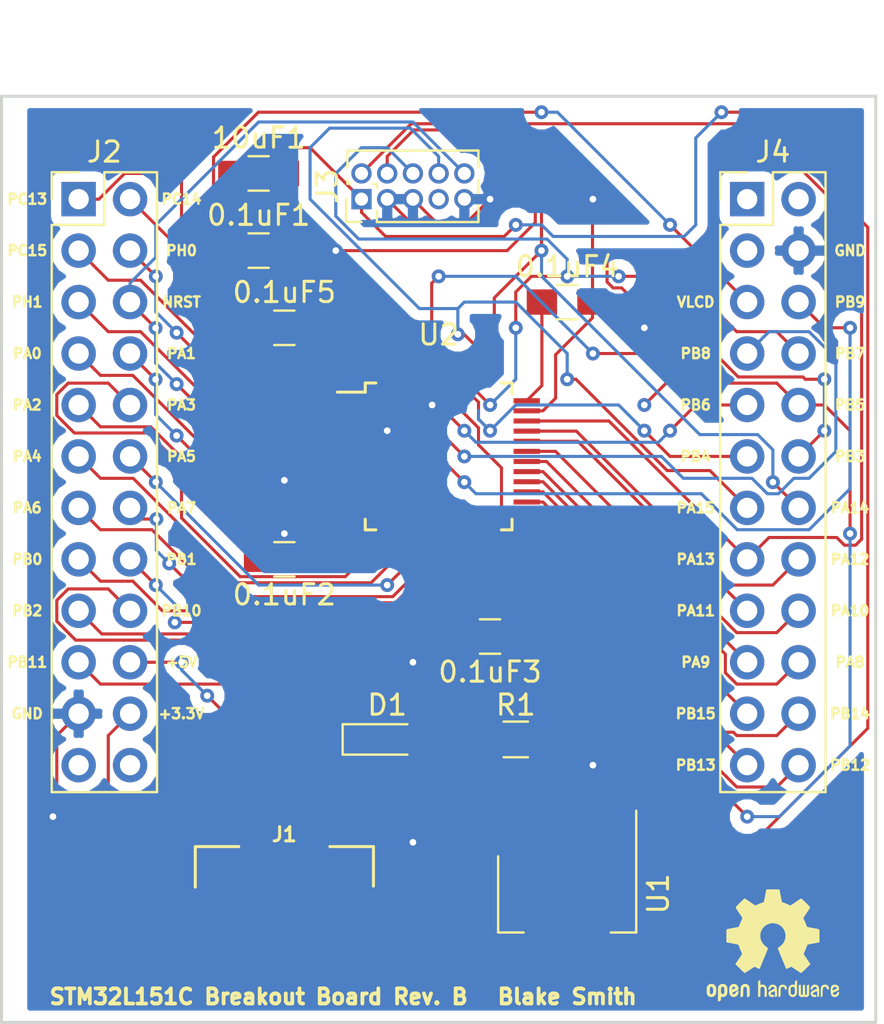
<source format=kicad_pcb>
(kicad_pcb (version 20171130) (host pcbnew no-vcs-found-e062780~61~ubuntu16.04.1)

  (general
    (thickness 1.6)
    (drawings 49)
    (tracks 520)
    (zones 0)
    (modules 15)
    (nets 57)
  )

  (page A4)
  (layers
    (0 F.Cu signal)
    (31 B.Cu signal)
    (32 B.Adhes user)
    (33 F.Adhes user)
    (34 B.Paste user)
    (35 F.Paste user)
    (36 B.SilkS user)
    (37 F.SilkS user)
    (38 B.Mask user)
    (39 F.Mask user)
    (40 Dwgs.User user)
    (41 Cmts.User user)
    (42 Eco1.User user)
    (43 Eco2.User user)
    (44 Edge.Cuts user)
    (45 Margin user)
    (46 B.CrtYd user)
    (47 F.CrtYd user)
    (48 B.Fab user)
    (49 F.Fab user)
  )

  (setup
    (last_trace_width 0.1524)
    (trace_clearance 0.1524)
    (zone_clearance 0.508)
    (zone_45_only no)
    (trace_min 0.1524)
    (segment_width 0.2)
    (edge_width 0.15)
    (via_size 0.6858)
    (via_drill 0.3302)
    (via_min_size 0.6858)
    (via_min_drill 0.3302)
    (uvia_size 0.762)
    (uvia_drill 0.508)
    (uvias_allowed no)
    (uvia_min_size 0.2)
    (uvia_min_drill 0.1)
    (pcb_text_width 0.125)
    (pcb_text_size 0.5 0.5)
    (mod_edge_width 0.15)
    (mod_text_size 1 1)
    (mod_text_width 0.125)
    (pad_size 1.524 1.524)
    (pad_drill 0.762)
    (pad_to_mask_clearance 0.2)
    (aux_axis_origin 0 0)
    (visible_elements FFFFFF7F)
    (pcbplotparams
      (layerselection 0x010fc_ffffffff)
      (usegerberextensions false)
      (usegerberattributes true)
      (usegerberadvancedattributes true)
      (creategerberjobfile true)
      (excludeedgelayer true)
      (linewidth 0.100000)
      (plotframeref false)
      (viasonmask false)
      (mode 1)
      (useauxorigin false)
      (hpglpennumber 1)
      (hpglpenspeed 20)
      (hpglpendiameter 15)
      (psnegative false)
      (psa4output false)
      (plotreference true)
      (plotvalue true)
      (plotinvisibletext false)
      (padsonsilk false)
      (subtractmaskfromsilk false)
      (outputformat 1)
      (mirror false)
      (drillshape 1)
      (scaleselection 1)
      (outputdirectory ""))
  )

  (net 0 "")
  (net 1 /VLCD)
  (net 2 GND)
  (net 3 /VDDA)
  (net 4 /VDD_1)
  (net 5 /VDD_2)
  (net 6 /+3.3V)
  (net 7 "Net-(J1-Pad6)")
  (net 8 "Net-(J1-Pad1)")
  (net 9 "Net-(J1-Pad2)")
  (net 10 "Net-(J1-Pad3)")
  (net 11 "Net-(J1-Pad4)")
  (net 12 "Net-(J2-Pad24)")
  (net 13 "Net-(J2-Pad23)")
  (net 14 "Net-(J2-Pad19)")
  (net 15 "Net-(J2-Pad18)")
  (net 16 "Net-(J2-Pad17)")
  (net 17 "Net-(J2-Pad16)")
  (net 18 "Net-(J2-Pad15)")
  (net 19 "Net-(J2-Pad14)")
  (net 20 "Net-(J2-Pad13)")
  (net 21 "Net-(J2-Pad12)")
  (net 22 "Net-(J2-Pad11)")
  (net 23 "Net-(J2-Pad10)")
  (net 24 "Net-(J2-Pad9)")
  (net 25 "Net-(J2-Pad8)")
  (net 26 "Net-(J2-Pad7)")
  (net 27 /JTRST)
  (net 28 "Net-(J2-Pad5)")
  (net 29 "Net-(J2-Pad4)")
  (net 30 "Net-(J2-Pad3)")
  (net 31 "Net-(J2-Pad2)")
  (net 32 "Net-(J2-Pad1)")
  (net 33 /JTDI)
  (net 34 /JTDO)
  (net 35 /JTCK)
  (net 36 /JTMS)
  (net 37 "Net-(J4-Pad1)")
  (net 38 "Net-(J4-Pad2)")
  (net 39 "Net-(J4-Pad3)")
  (net 40 "Net-(J4-Pad6)")
  (net 41 "Net-(J4-Pad7)")
  (net 42 "Net-(J4-Pad8)")
  (net 43 "Net-(J4-Pad9)")
  (net 44 "Net-(J4-Pad10)")
  (net 45 "Net-(J4-Pad11)")
  (net 46 "Net-(J4-Pad16)")
  (net 47 "Net-(J4-Pad17)")
  (net 48 "Net-(J4-Pad18)")
  (net 49 "Net-(J4-Pad19)")
  (net 50 "Net-(J4-Pad20)")
  (net 51 "Net-(J4-Pad21)")
  (net 52 "Net-(J4-Pad22)")
  (net 53 "Net-(J4-Pad23)")
  (net 54 "Net-(J4-Pad24)")
  (net 55 "Net-(D1-Pad1)")
  (net 56 "Net-(J3-Pad7)")

  (net_class Default "This is the default net class."
    (clearance 0.1524)
    (trace_width 0.1524)
    (via_dia 0.6858)
    (via_drill 0.3302)
    (uvia_dia 0.762)
    (uvia_drill 0.508)
    (add_net /+3.3V)
    (add_net /JTCK)
    (add_net /JTDI)
    (add_net /JTDO)
    (add_net /JTMS)
    (add_net /JTRST)
    (add_net /VDDA)
    (add_net /VDD_1)
    (add_net /VDD_2)
    (add_net /VLCD)
    (add_net GND)
    (add_net "Net-(D1-Pad1)")
    (add_net "Net-(J1-Pad1)")
    (add_net "Net-(J1-Pad2)")
    (add_net "Net-(J1-Pad3)")
    (add_net "Net-(J1-Pad4)")
    (add_net "Net-(J1-Pad6)")
    (add_net "Net-(J2-Pad1)")
    (add_net "Net-(J2-Pad10)")
    (add_net "Net-(J2-Pad11)")
    (add_net "Net-(J2-Pad12)")
    (add_net "Net-(J2-Pad13)")
    (add_net "Net-(J2-Pad14)")
    (add_net "Net-(J2-Pad15)")
    (add_net "Net-(J2-Pad16)")
    (add_net "Net-(J2-Pad17)")
    (add_net "Net-(J2-Pad18)")
    (add_net "Net-(J2-Pad19)")
    (add_net "Net-(J2-Pad2)")
    (add_net "Net-(J2-Pad23)")
    (add_net "Net-(J2-Pad24)")
    (add_net "Net-(J2-Pad3)")
    (add_net "Net-(J2-Pad4)")
    (add_net "Net-(J2-Pad5)")
    (add_net "Net-(J2-Pad7)")
    (add_net "Net-(J2-Pad8)")
    (add_net "Net-(J2-Pad9)")
    (add_net "Net-(J3-Pad7)")
    (add_net "Net-(J4-Pad1)")
    (add_net "Net-(J4-Pad10)")
    (add_net "Net-(J4-Pad11)")
    (add_net "Net-(J4-Pad16)")
    (add_net "Net-(J4-Pad17)")
    (add_net "Net-(J4-Pad18)")
    (add_net "Net-(J4-Pad19)")
    (add_net "Net-(J4-Pad2)")
    (add_net "Net-(J4-Pad20)")
    (add_net "Net-(J4-Pad21)")
    (add_net "Net-(J4-Pad22)")
    (add_net "Net-(J4-Pad23)")
    (add_net "Net-(J4-Pad24)")
    (add_net "Net-(J4-Pad3)")
    (add_net "Net-(J4-Pad6)")
    (add_net "Net-(J4-Pad7)")
    (add_net "Net-(J4-Pad8)")
    (add_net "Net-(J4-Pad9)")
  )

  (module Pin_Headers:Pin_Header_Straight_2x05_Pitch1.27mm (layer F.Cu) (tedit 5A491255) (tstamp 5A4A59B3)
    (at 46.99 24.13 90)
    (descr "Through hole straight pin header, 2x05, 1.27mm pitch, double rows")
    (tags "Through hole pin header THT 2x05 1.27mm double row")
    (path /5A11F240)
    (fp_text reference J3 (at 0.635 -1.695 90) (layer F.SilkS)
      (effects (font (size 1 1) (thickness 0.15)))
    )
    (fp_text value Conn_ARM_JTAG_SWD_10 (at 0.635 6.775 90) (layer F.Fab)
      (effects (font (size 1 1) (thickness 0.15)))
    )
    (fp_text user %R (at 0.635 2.54 180) (layer F.Fab)
      (effects (font (size 1 1) (thickness 0.15)))
    )
    (fp_line (start 2.85 -1.15) (end -1.6 -1.15) (layer F.CrtYd) (width 0.05))
    (fp_line (start 2.85 6.25) (end 2.85 -1.15) (layer F.CrtYd) (width 0.05))
    (fp_line (start -1.6 6.25) (end 2.85 6.25) (layer F.CrtYd) (width 0.05))
    (fp_line (start -1.6 -1.15) (end -1.6 6.25) (layer F.CrtYd) (width 0.05))
    (fp_line (start -1.13 -0.76) (end 0 -0.76) (layer F.SilkS) (width 0.12))
    (fp_line (start -1.13 0) (end -1.13 -0.76) (layer F.SilkS) (width 0.12))
    (fp_line (start 1.57753 -0.695) (end 2.4 -0.695) (layer F.SilkS) (width 0.12))
    (fp_line (start 0.76 -0.695) (end 0.96247 -0.695) (layer F.SilkS) (width 0.12))
    (fp_line (start 0.76 -0.563471) (end 0.76 -0.695) (layer F.SilkS) (width 0.12))
    (fp_line (start 0.76 0.706529) (end 0.76 0.563471) (layer F.SilkS) (width 0.12))
    (fp_line (start 0.563471 0.76) (end 0.706529 0.76) (layer F.SilkS) (width 0.12))
    (fp_line (start -1.13 0.76) (end -0.563471 0.76) (layer F.SilkS) (width 0.12))
    (fp_line (start 2.4 -0.695) (end 2.4 5.775) (layer F.SilkS) (width 0.12))
    (fp_line (start -1.13 0.76) (end -1.13 5.775) (layer F.SilkS) (width 0.12))
    (fp_line (start 0.30753 5.775) (end 0.96247 5.775) (layer F.SilkS) (width 0.12))
    (fp_line (start 1.57753 5.775) (end 2.4 5.775) (layer F.SilkS) (width 0.12))
    (fp_line (start -1.13 5.775) (end -0.30753 5.775) (layer F.SilkS) (width 0.12))
    (fp_line (start -1.07 0.2175) (end -0.2175 -0.635) (layer F.Fab) (width 0.1))
    (fp_line (start -1.07 5.715) (end -1.07 0.2175) (layer F.Fab) (width 0.1))
    (fp_line (start 2.34 5.715) (end -1.07 5.715) (layer F.Fab) (width 0.1))
    (fp_line (start 2.34 -0.635) (end 2.34 5.715) (layer F.Fab) (width 0.1))
    (fp_line (start -0.2175 -0.635) (end 2.34 -0.635) (layer F.Fab) (width 0.1))
    (pad 10 thru_hole oval (at 1.27 5.08 90) (size 1 1) (drill 0.65) (layers *.Cu *.Mask)
      (net 27 /JTRST))
    (pad 9 thru_hole oval (at 0 5.08 90) (size 1 1) (drill 0.65) (layers *.Cu *.Mask)
      (net 2 GND))
    (pad 8 thru_hole oval (at 1.27 3.81 90) (size 1 1) (drill 0.65) (layers *.Cu *.Mask)
      (net 33 /JTDI))
    (pad 7 thru_hole oval (at 0 3.81 90) (size 1 1) (drill 0.65) (layers *.Cu *.Mask)
      (net 56 "Net-(J3-Pad7)"))
    (pad 6 thru_hole oval (at 1.27 2.54 90) (size 1 1) (drill 0.65) (layers *.Cu *.Mask)
      (net 34 /JTDO))
    (pad 5 thru_hole oval (at 0 2.54 90) (size 1 1) (drill 0.65) (layers *.Cu *.Mask)
      (net 2 GND))
    (pad 4 thru_hole oval (at 1.27 1.27 90) (size 1 1) (drill 0.65) (layers *.Cu *.Mask)
      (net 35 /JTCK))
    (pad 3 thru_hole oval (at 0 1.27 90) (size 1 1) (drill 0.65) (layers *.Cu *.Mask)
      (net 2 GND))
    (pad 2 thru_hole oval (at 1.27 0 90) (size 1 1) (drill 0.65) (layers *.Cu *.Mask)
      (net 36 /JTMS))
    (pad 1 thru_hole rect (at 0 0 90) (size 1 1) (drill 0.65) (layers *.Cu *.Mask)
      (net 6 /+3.3V))
    (model ${KISYS3DMOD}/Pin_Headers.3dshapes/Pin_Header_Straight_2x05_Pitch1.27mm.wrl
      (at (xyz 0 0 0))
      (scale (xyz 1 1 1))
      (rotate (xyz 0 0 0))
    )
  )

  (module Symbols:OSHW-Logo2_7.3x6mm_SilkScreen (layer F.Cu) (tedit 0) (tstamp 5A148D47)
    (at 67.31 60.96)
    (descr "Open Source Hardware Symbol")
    (tags "Logo Symbol OSHW")
    (attr virtual)
    (fp_text reference REF*** (at 0 0) (layer F.SilkS) hide
      (effects (font (size 1 1) (thickness 0.15)))
    )
    (fp_text value OSHW-Logo2_7.3x6mm_SilkScreen (at 0.75 0) (layer F.Fab) hide
      (effects (font (size 1 1) (thickness 0.15)))
    )
    (fp_poly (pts (xy -2.400256 1.919918) (xy -2.344799 1.947568) (xy -2.295852 1.99848) (xy -2.282371 2.017338)
      (xy -2.267686 2.042015) (xy -2.258158 2.068816) (xy -2.252707 2.104587) (xy -2.250253 2.156169)
      (xy -2.249714 2.224267) (xy -2.252148 2.317588) (xy -2.260606 2.387657) (xy -2.276826 2.439931)
      (xy -2.302546 2.479869) (xy -2.339503 2.512929) (xy -2.342218 2.514886) (xy -2.37864 2.534908)
      (xy -2.422498 2.544815) (xy -2.478276 2.547257) (xy -2.568952 2.547257) (xy -2.56899 2.635283)
      (xy -2.569834 2.684308) (xy -2.574976 2.713065) (xy -2.588413 2.730311) (xy -2.614142 2.744808)
      (xy -2.620321 2.747769) (xy -2.649236 2.761648) (xy -2.671624 2.770414) (xy -2.688271 2.771171)
      (xy -2.699964 2.761023) (xy -2.70749 2.737073) (xy -2.711634 2.696426) (xy -2.713185 2.636186)
      (xy -2.712929 2.553455) (xy -2.711651 2.445339) (xy -2.711252 2.413) (xy -2.709815 2.301524)
      (xy -2.708528 2.228603) (xy -2.569029 2.228603) (xy -2.568245 2.290499) (xy -2.56476 2.330997)
      (xy -2.556876 2.357708) (xy -2.542895 2.378244) (xy -2.533403 2.38826) (xy -2.494596 2.417567)
      (xy -2.460237 2.419952) (xy -2.424784 2.39575) (xy -2.423886 2.394857) (xy -2.409461 2.376153)
      (xy -2.400687 2.350732) (xy -2.396261 2.311584) (xy -2.394882 2.251697) (xy -2.394857 2.23843)
      (xy -2.398188 2.155901) (xy -2.409031 2.098691) (xy -2.42866 2.063766) (xy -2.45835 2.048094)
      (xy -2.475509 2.046514) (xy -2.516234 2.053926) (xy -2.544168 2.07833) (xy -2.560983 2.12298)
      (xy -2.56835 2.19113) (xy -2.569029 2.228603) (xy -2.708528 2.228603) (xy -2.708292 2.215245)
      (xy -2.706323 2.150333) (xy -2.70355 2.102958) (xy -2.699612 2.06929) (xy -2.694151 2.045498)
      (xy -2.686808 2.027753) (xy -2.677223 2.012224) (xy -2.673113 2.006381) (xy -2.618595 1.951185)
      (xy -2.549664 1.91989) (xy -2.469928 1.911165) (xy -2.400256 1.919918)) (layer F.SilkS) (width 0.01))
    (fp_poly (pts (xy -1.283907 1.92778) (xy -1.237328 1.954723) (xy -1.204943 1.981466) (xy -1.181258 2.009484)
      (xy -1.164941 2.043748) (xy -1.154661 2.089227) (xy -1.149086 2.150892) (xy -1.146884 2.233711)
      (xy -1.146629 2.293246) (xy -1.146629 2.512391) (xy -1.208314 2.540044) (xy -1.27 2.567697)
      (xy -1.277257 2.32767) (xy -1.280256 2.238028) (xy -1.283402 2.172962) (xy -1.287299 2.128026)
      (xy -1.292553 2.09877) (xy -1.299769 2.080748) (xy -1.30955 2.069511) (xy -1.312688 2.067079)
      (xy -1.360239 2.048083) (xy -1.408303 2.0556) (xy -1.436914 2.075543) (xy -1.448553 2.089675)
      (xy -1.456609 2.10822) (xy -1.461729 2.136334) (xy -1.464559 2.179173) (xy -1.465744 2.241895)
      (xy -1.465943 2.307261) (xy -1.465982 2.389268) (xy -1.467386 2.447316) (xy -1.472086 2.486465)
      (xy -1.482013 2.51178) (xy -1.499097 2.528323) (xy -1.525268 2.541156) (xy -1.560225 2.554491)
      (xy -1.598404 2.569007) (xy -1.593859 2.311389) (xy -1.592029 2.218519) (xy -1.589888 2.149889)
      (xy -1.586819 2.100711) (xy -1.582206 2.066198) (xy -1.575432 2.041562) (xy -1.565881 2.022016)
      (xy -1.554366 2.00477) (xy -1.49881 1.94968) (xy -1.43102 1.917822) (xy -1.357287 1.910191)
      (xy -1.283907 1.92778)) (layer F.SilkS) (width 0.01))
    (fp_poly (pts (xy -2.958885 1.921962) (xy -2.890855 1.957733) (xy -2.840649 2.015301) (xy -2.822815 2.052312)
      (xy -2.808937 2.107882) (xy -2.801833 2.178096) (xy -2.80116 2.254727) (xy -2.806573 2.329552)
      (xy -2.81773 2.394342) (xy -2.834286 2.440873) (xy -2.839374 2.448887) (xy -2.899645 2.508707)
      (xy -2.971231 2.544535) (xy -3.048908 2.55502) (xy -3.127452 2.53881) (xy -3.149311 2.529092)
      (xy -3.191878 2.499143) (xy -3.229237 2.459433) (xy -3.232768 2.454397) (xy -3.247119 2.430124)
      (xy -3.256606 2.404178) (xy -3.26221 2.370022) (xy -3.264914 2.321119) (xy -3.265701 2.250935)
      (xy -3.265714 2.2352) (xy -3.265678 2.230192) (xy -3.120571 2.230192) (xy -3.119727 2.29643)
      (xy -3.116404 2.340386) (xy -3.109417 2.368779) (xy -3.097584 2.388325) (xy -3.091543 2.394857)
      (xy -3.056814 2.41968) (xy -3.023097 2.418548) (xy -2.989005 2.397016) (xy -2.968671 2.374029)
      (xy -2.956629 2.340478) (xy -2.949866 2.287569) (xy -2.949402 2.281399) (xy -2.948248 2.185513)
      (xy -2.960312 2.114299) (xy -2.98543 2.068194) (xy -3.02344 2.047635) (xy -3.037008 2.046514)
      (xy -3.072636 2.052152) (xy -3.097006 2.071686) (xy -3.111907 2.109042) (xy -3.119125 2.16815)
      (xy -3.120571 2.230192) (xy -3.265678 2.230192) (xy -3.265174 2.160413) (xy -3.262904 2.108159)
      (xy -3.257932 2.071949) (xy -3.249287 2.045299) (xy -3.235995 2.021722) (xy -3.233057 2.017338)
      (xy -3.183687 1.958249) (xy -3.129891 1.923947) (xy -3.064398 1.910331) (xy -3.042158 1.909665)
      (xy -2.958885 1.921962)) (layer F.SilkS) (width 0.01))
    (fp_poly (pts (xy -1.831697 1.931239) (xy -1.774473 1.969735) (xy -1.730251 2.025335) (xy -1.703833 2.096086)
      (xy -1.69849 2.148162) (xy -1.699097 2.169893) (xy -1.704178 2.186531) (xy -1.718145 2.201437)
      (xy -1.745411 2.217973) (xy -1.790388 2.239498) (xy -1.857489 2.269374) (xy -1.857829 2.269524)
      (xy -1.919593 2.297813) (xy -1.970241 2.322933) (xy -2.004596 2.342179) (xy -2.017482 2.352848)
      (xy -2.017486 2.352934) (xy -2.006128 2.376166) (xy -1.979569 2.401774) (xy -1.949077 2.420221)
      (xy -1.93363 2.423886) (xy -1.891485 2.411212) (xy -1.855192 2.379471) (xy -1.837483 2.344572)
      (xy -1.820448 2.318845) (xy -1.787078 2.289546) (xy -1.747851 2.264235) (xy -1.713244 2.250471)
      (xy -1.706007 2.249714) (xy -1.697861 2.26216) (xy -1.69737 2.293972) (xy -1.703357 2.336866)
      (xy -1.714643 2.382558) (xy -1.73005 2.422761) (xy -1.730829 2.424322) (xy -1.777196 2.489062)
      (xy -1.837289 2.533097) (xy -1.905535 2.554711) (xy -1.976362 2.552185) (xy -2.044196 2.523804)
      (xy -2.047212 2.521808) (xy -2.100573 2.473448) (xy -2.13566 2.410352) (xy -2.155078 2.327387)
      (xy -2.157684 2.304078) (xy -2.162299 2.194055) (xy -2.156767 2.142748) (xy -2.017486 2.142748)
      (xy -2.015676 2.174753) (xy -2.005778 2.184093) (xy -1.981102 2.177105) (xy -1.942205 2.160587)
      (xy -1.898725 2.139881) (xy -1.897644 2.139333) (xy -1.860791 2.119949) (xy -1.846 2.107013)
      (xy -1.849647 2.093451) (xy -1.865005 2.075632) (xy -1.904077 2.049845) (xy -1.946154 2.04795)
      (xy -1.983897 2.066717) (xy -2.009966 2.102915) (xy -2.017486 2.142748) (xy -2.156767 2.142748)
      (xy -2.152806 2.106027) (xy -2.12845 2.036212) (xy -2.094544 1.987302) (xy -2.033347 1.937878)
      (xy -1.965937 1.913359) (xy -1.89712 1.911797) (xy -1.831697 1.931239)) (layer F.SilkS) (width 0.01))
    (fp_poly (pts (xy -0.624114 1.851289) (xy -0.619861 1.910613) (xy -0.614975 1.945572) (xy -0.608205 1.96082)
      (xy -0.598298 1.961015) (xy -0.595086 1.959195) (xy -0.552356 1.946015) (xy -0.496773 1.946785)
      (xy -0.440263 1.960333) (xy -0.404918 1.977861) (xy -0.368679 2.005861) (xy -0.342187 2.037549)
      (xy -0.324001 2.077813) (xy -0.312678 2.131543) (xy -0.306778 2.203626) (xy -0.304857 2.298951)
      (xy -0.304823 2.317237) (xy -0.3048 2.522646) (xy -0.350509 2.53858) (xy -0.382973 2.54942)
      (xy -0.400785 2.554468) (xy -0.401309 2.554514) (xy -0.403063 2.540828) (xy -0.404556 2.503076)
      (xy -0.405674 2.446224) (xy -0.406303 2.375234) (xy -0.4064 2.332073) (xy -0.406602 2.246973)
      (xy -0.407642 2.185981) (xy -0.410169 2.144177) (xy -0.414836 2.116642) (xy -0.422293 2.098456)
      (xy -0.433189 2.084698) (xy -0.439993 2.078073) (xy -0.486728 2.051375) (xy -0.537728 2.049375)
      (xy -0.583999 2.071955) (xy -0.592556 2.080107) (xy -0.605107 2.095436) (xy -0.613812 2.113618)
      (xy -0.619369 2.139909) (xy -0.622474 2.179562) (xy -0.623824 2.237832) (xy -0.624114 2.318173)
      (xy -0.624114 2.522646) (xy -0.669823 2.53858) (xy -0.702287 2.54942) (xy -0.720099 2.554468)
      (xy -0.720623 2.554514) (xy -0.721963 2.540623) (xy -0.723172 2.501439) (xy -0.724199 2.4407)
      (xy -0.724998 2.362141) (xy -0.725519 2.269498) (xy -0.725714 2.166509) (xy -0.725714 1.769342)
      (xy -0.678543 1.749444) (xy -0.631371 1.729547) (xy -0.624114 1.851289)) (layer F.SilkS) (width 0.01))
    (fp_poly (pts (xy 0.039744 1.950968) (xy 0.096616 1.972087) (xy 0.097267 1.972493) (xy 0.13244 1.99838)
      (xy 0.158407 2.028633) (xy 0.17667 2.068058) (xy 0.188732 2.121462) (xy 0.196096 2.193651)
      (xy 0.200264 2.289432) (xy 0.200629 2.303078) (xy 0.205876 2.508842) (xy 0.161716 2.531678)
      (xy 0.129763 2.54711) (xy 0.11047 2.554423) (xy 0.109578 2.554514) (xy 0.106239 2.541022)
      (xy 0.103587 2.504626) (xy 0.101956 2.451452) (xy 0.1016 2.408393) (xy 0.101592 2.338641)
      (xy 0.098403 2.294837) (xy 0.087288 2.273944) (xy 0.063501 2.272925) (xy 0.022296 2.288741)
      (xy -0.039914 2.317815) (xy -0.085659 2.341963) (xy -0.109187 2.362913) (xy -0.116104 2.385747)
      (xy -0.116114 2.386877) (xy -0.104701 2.426212) (xy -0.070908 2.447462) (xy -0.019191 2.450539)
      (xy 0.018061 2.450006) (xy 0.037703 2.460735) (xy 0.049952 2.486505) (xy 0.057002 2.519337)
      (xy 0.046842 2.537966) (xy 0.043017 2.540632) (xy 0.007001 2.55134) (xy -0.043434 2.552856)
      (xy -0.095374 2.545759) (xy -0.132178 2.532788) (xy -0.183062 2.489585) (xy -0.211986 2.429446)
      (xy -0.217714 2.382462) (xy -0.213343 2.340082) (xy -0.197525 2.305488) (xy -0.166203 2.274763)
      (xy -0.115322 2.24399) (xy -0.040824 2.209252) (xy -0.036286 2.207288) (xy 0.030821 2.176287)
      (xy 0.072232 2.150862) (xy 0.089981 2.128014) (xy 0.086107 2.104745) (xy 0.062643 2.078056)
      (xy 0.055627 2.071914) (xy 0.00863 2.0481) (xy -0.040067 2.049103) (xy -0.082478 2.072451)
      (xy -0.110616 2.115675) (xy -0.113231 2.12416) (xy -0.138692 2.165308) (xy -0.170999 2.185128)
      (xy -0.217714 2.20477) (xy -0.217714 2.15395) (xy -0.203504 2.080082) (xy -0.161325 2.012327)
      (xy -0.139376 1.989661) (xy -0.089483 1.960569) (xy -0.026033 1.9474) (xy 0.039744 1.950968)) (layer F.SilkS) (width 0.01))
    (fp_poly (pts (xy 0.529926 1.949755) (xy 0.595858 1.974084) (xy 0.649273 2.017117) (xy 0.670164 2.047409)
      (xy 0.692939 2.102994) (xy 0.692466 2.143186) (xy 0.668562 2.170217) (xy 0.659717 2.174813)
      (xy 0.62153 2.189144) (xy 0.602028 2.185472) (xy 0.595422 2.161407) (xy 0.595086 2.148114)
      (xy 0.582992 2.09921) (xy 0.551471 2.064999) (xy 0.507659 2.048476) (xy 0.458695 2.052634)
      (xy 0.418894 2.074227) (xy 0.40545 2.086544) (xy 0.395921 2.101487) (xy 0.389485 2.124075)
      (xy 0.385317 2.159328) (xy 0.382597 2.212266) (xy 0.380502 2.287907) (xy 0.37996 2.311857)
      (xy 0.377981 2.39379) (xy 0.375731 2.451455) (xy 0.372357 2.489608) (xy 0.367006 2.513004)
      (xy 0.358824 2.526398) (xy 0.346959 2.534545) (xy 0.339362 2.538144) (xy 0.307102 2.550452)
      (xy 0.288111 2.554514) (xy 0.281836 2.540948) (xy 0.278006 2.499934) (xy 0.2766 2.430999)
      (xy 0.277598 2.333669) (xy 0.277908 2.318657) (xy 0.280101 2.229859) (xy 0.282693 2.165019)
      (xy 0.286382 2.119067) (xy 0.291864 2.086935) (xy 0.299835 2.063553) (xy 0.310993 2.043852)
      (xy 0.31683 2.03541) (xy 0.350296 1.998057) (xy 0.387727 1.969003) (xy 0.392309 1.966467)
      (xy 0.459426 1.946443) (xy 0.529926 1.949755)) (layer F.SilkS) (width 0.01))
    (fp_poly (pts (xy 1.190117 2.065358) (xy 1.189933 2.173837) (xy 1.189219 2.257287) (xy 1.187675 2.319704)
      (xy 1.185001 2.365085) (xy 1.180894 2.397429) (xy 1.175055 2.420733) (xy 1.167182 2.438995)
      (xy 1.161221 2.449418) (xy 1.111855 2.505945) (xy 1.049264 2.541377) (xy 0.980013 2.55409)
      (xy 0.910668 2.542463) (xy 0.869375 2.521568) (xy 0.826025 2.485422) (xy 0.796481 2.441276)
      (xy 0.778655 2.383462) (xy 0.770463 2.306313) (xy 0.769302 2.249714) (xy 0.769458 2.245647)
      (xy 0.870857 2.245647) (xy 0.871476 2.31055) (xy 0.874314 2.353514) (xy 0.88084 2.381622)
      (xy 0.892523 2.401953) (xy 0.906483 2.417288) (xy 0.953365 2.44689) (xy 1.003701 2.449419)
      (xy 1.051276 2.424705) (xy 1.054979 2.421356) (xy 1.070783 2.403935) (xy 1.080693 2.383209)
      (xy 1.086058 2.352362) (xy 1.088228 2.304577) (xy 1.088571 2.251748) (xy 1.087827 2.185381)
      (xy 1.084748 2.141106) (xy 1.078061 2.112009) (xy 1.066496 2.091173) (xy 1.057013 2.080107)
      (xy 1.01296 2.052198) (xy 0.962224 2.048843) (xy 0.913796 2.070159) (xy 0.90445 2.078073)
      (xy 0.88854 2.095647) (xy 0.87861 2.116587) (xy 0.873278 2.147782) (xy 0.871163 2.196122)
      (xy 0.870857 2.245647) (xy 0.769458 2.245647) (xy 0.77281 2.158568) (xy 0.784726 2.090086)
      (xy 0.807135 2.0386) (xy 0.842124 1.998443) (xy 0.869375 1.977861) (xy 0.918907 1.955625)
      (xy 0.976316 1.945304) (xy 1.029682 1.948067) (xy 1.059543 1.959212) (xy 1.071261 1.962383)
      (xy 1.079037 1.950557) (xy 1.084465 1.918866) (xy 1.088571 1.870593) (xy 1.093067 1.816829)
      (xy 1.099313 1.784482) (xy 1.110676 1.765985) (xy 1.130528 1.75377) (xy 1.143 1.748362)
      (xy 1.190171 1.728601) (xy 1.190117 2.065358)) (layer F.SilkS) (width 0.01))
    (fp_poly (pts (xy 1.779833 1.958663) (xy 1.782048 1.99685) (xy 1.783784 2.054886) (xy 1.784899 2.12818)
      (xy 1.785257 2.205055) (xy 1.785257 2.465196) (xy 1.739326 2.511127) (xy 1.707675 2.539429)
      (xy 1.67989 2.550893) (xy 1.641915 2.550168) (xy 1.62684 2.548321) (xy 1.579726 2.542948)
      (xy 1.540756 2.539869) (xy 1.531257 2.539585) (xy 1.499233 2.541445) (xy 1.453432 2.546114)
      (xy 1.435674 2.548321) (xy 1.392057 2.551735) (xy 1.362745 2.54432) (xy 1.33368 2.521427)
      (xy 1.323188 2.511127) (xy 1.277257 2.465196) (xy 1.277257 1.978602) (xy 1.314226 1.961758)
      (xy 1.346059 1.949282) (xy 1.364683 1.944914) (xy 1.369458 1.958718) (xy 1.373921 1.997286)
      (xy 1.377775 2.056356) (xy 1.380722 2.131663) (xy 1.382143 2.195286) (xy 1.386114 2.445657)
      (xy 1.420759 2.450556) (xy 1.452268 2.447131) (xy 1.467708 2.436041) (xy 1.472023 2.415308)
      (xy 1.475708 2.371145) (xy 1.478469 2.309146) (xy 1.480012 2.234909) (xy 1.480235 2.196706)
      (xy 1.480457 1.976783) (xy 1.526166 1.960849) (xy 1.558518 1.950015) (xy 1.576115 1.944962)
      (xy 1.576623 1.944914) (xy 1.578388 1.958648) (xy 1.580329 1.99673) (xy 1.582282 2.054482)
      (xy 1.584084 2.127227) (xy 1.585343 2.195286) (xy 1.589314 2.445657) (xy 1.6764 2.445657)
      (xy 1.680396 2.21724) (xy 1.684392 1.988822) (xy 1.726847 1.966868) (xy 1.758192 1.951793)
      (xy 1.776744 1.944951) (xy 1.777279 1.944914) (xy 1.779833 1.958663)) (layer F.SilkS) (width 0.01))
    (fp_poly (pts (xy 2.144876 1.956335) (xy 2.186667 1.975344) (xy 2.219469 1.998378) (xy 2.243503 2.024133)
      (xy 2.260097 2.057358) (xy 2.270577 2.1028) (xy 2.276271 2.165207) (xy 2.278507 2.249327)
      (xy 2.278743 2.304721) (xy 2.278743 2.520826) (xy 2.241774 2.53767) (xy 2.212656 2.549981)
      (xy 2.198231 2.554514) (xy 2.195472 2.541025) (xy 2.193282 2.504653) (xy 2.191942 2.451542)
      (xy 2.191657 2.409372) (xy 2.190434 2.348447) (xy 2.187136 2.300115) (xy 2.182321 2.270518)
      (xy 2.178496 2.264229) (xy 2.152783 2.270652) (xy 2.112418 2.287125) (xy 2.065679 2.309458)
      (xy 2.020845 2.333457) (xy 1.986193 2.35493) (xy 1.970002 2.369685) (xy 1.969938 2.369845)
      (xy 1.97133 2.397152) (xy 1.983818 2.423219) (xy 2.005743 2.444392) (xy 2.037743 2.451474)
      (xy 2.065092 2.450649) (xy 2.103826 2.450042) (xy 2.124158 2.459116) (xy 2.136369 2.483092)
      (xy 2.137909 2.487613) (xy 2.143203 2.521806) (xy 2.129047 2.542568) (xy 2.092148 2.552462)
      (xy 2.052289 2.554292) (xy 1.980562 2.540727) (xy 1.943432 2.521355) (xy 1.897576 2.475845)
      (xy 1.873256 2.419983) (xy 1.871073 2.360957) (xy 1.891629 2.305953) (xy 1.922549 2.271486)
      (xy 1.95342 2.252189) (xy 2.001942 2.227759) (xy 2.058485 2.202985) (xy 2.06791 2.199199)
      (xy 2.130019 2.171791) (xy 2.165822 2.147634) (xy 2.177337 2.123619) (xy 2.16658 2.096635)
      (xy 2.148114 2.075543) (xy 2.104469 2.049572) (xy 2.056446 2.047624) (xy 2.012406 2.067637)
      (xy 1.980709 2.107551) (xy 1.976549 2.117848) (xy 1.952327 2.155724) (xy 1.916965 2.183842)
      (xy 1.872343 2.206917) (xy 1.872343 2.141485) (xy 1.874969 2.101506) (xy 1.88623 2.069997)
      (xy 1.911199 2.036378) (xy 1.935169 2.010484) (xy 1.972441 1.973817) (xy 2.001401 1.954121)
      (xy 2.032505 1.94622) (xy 2.067713 1.944914) (xy 2.144876 1.956335)) (layer F.SilkS) (width 0.01))
    (fp_poly (pts (xy 2.6526 1.958752) (xy 2.669948 1.966334) (xy 2.711356 1.999128) (xy 2.746765 2.046547)
      (xy 2.768664 2.097151) (xy 2.772229 2.122098) (xy 2.760279 2.156927) (xy 2.734067 2.175357)
      (xy 2.705964 2.186516) (xy 2.693095 2.188572) (xy 2.686829 2.173649) (xy 2.674456 2.141175)
      (xy 2.669028 2.126502) (xy 2.63859 2.075744) (xy 2.59452 2.050427) (xy 2.53801 2.051206)
      (xy 2.533825 2.052203) (xy 2.503655 2.066507) (xy 2.481476 2.094393) (xy 2.466327 2.139287)
      (xy 2.45725 2.204615) (xy 2.453286 2.293804) (xy 2.452914 2.341261) (xy 2.45273 2.416071)
      (xy 2.451522 2.467069) (xy 2.448309 2.499471) (xy 2.442109 2.518495) (xy 2.43194 2.529356)
      (xy 2.416819 2.537272) (xy 2.415946 2.53767) (xy 2.386828 2.549981) (xy 2.372403 2.554514)
      (xy 2.370186 2.540809) (xy 2.368289 2.502925) (xy 2.366847 2.445715) (xy 2.365998 2.374027)
      (xy 2.365829 2.321565) (xy 2.366692 2.220047) (xy 2.37007 2.143032) (xy 2.377142 2.086023)
      (xy 2.389088 2.044526) (xy 2.40709 2.014043) (xy 2.432327 1.99008) (xy 2.457247 1.973355)
      (xy 2.517171 1.951097) (xy 2.586911 1.946076) (xy 2.6526 1.958752)) (layer F.SilkS) (width 0.01))
    (fp_poly (pts (xy 3.153595 1.966966) (xy 3.211021 2.004497) (xy 3.238719 2.038096) (xy 3.260662 2.099064)
      (xy 3.262405 2.147308) (xy 3.258457 2.211816) (xy 3.109686 2.276934) (xy 3.037349 2.310202)
      (xy 2.990084 2.336964) (xy 2.965507 2.360144) (xy 2.961237 2.382667) (xy 2.974889 2.407455)
      (xy 2.989943 2.423886) (xy 3.033746 2.450235) (xy 3.081389 2.452081) (xy 3.125145 2.431546)
      (xy 3.157289 2.390752) (xy 3.163038 2.376347) (xy 3.190576 2.331356) (xy 3.222258 2.312182)
      (xy 3.265714 2.295779) (xy 3.265714 2.357966) (xy 3.261872 2.400283) (xy 3.246823 2.435969)
      (xy 3.21528 2.476943) (xy 3.210592 2.482267) (xy 3.175506 2.51872) (xy 3.145347 2.538283)
      (xy 3.107615 2.547283) (xy 3.076335 2.55023) (xy 3.020385 2.550965) (xy 2.980555 2.54166)
      (xy 2.955708 2.527846) (xy 2.916656 2.497467) (xy 2.889625 2.464613) (xy 2.872517 2.423294)
      (xy 2.863238 2.367521) (xy 2.859693 2.291305) (xy 2.85941 2.252622) (xy 2.860372 2.206247)
      (xy 2.948007 2.206247) (xy 2.949023 2.231126) (xy 2.951556 2.2352) (xy 2.968274 2.229665)
      (xy 3.004249 2.215017) (xy 3.052331 2.19419) (xy 3.062386 2.189714) (xy 3.123152 2.158814)
      (xy 3.156632 2.131657) (xy 3.16399 2.10622) (xy 3.146391 2.080481) (xy 3.131856 2.069109)
      (xy 3.07941 2.046364) (xy 3.030322 2.050122) (xy 2.989227 2.077884) (xy 2.960758 2.127152)
      (xy 2.951631 2.166257) (xy 2.948007 2.206247) (xy 2.860372 2.206247) (xy 2.861285 2.162249)
      (xy 2.868196 2.095384) (xy 2.881884 2.046695) (xy 2.904096 2.010849) (xy 2.936574 1.982513)
      (xy 2.950733 1.973355) (xy 3.015053 1.949507) (xy 3.085473 1.948006) (xy 3.153595 1.966966)) (layer F.SilkS) (width 0.01))
    (fp_poly (pts (xy 0.10391 -2.757652) (xy 0.182454 -2.757222) (xy 0.239298 -2.756058) (xy 0.278105 -2.753793)
      (xy 0.302538 -2.75006) (xy 0.316262 -2.744494) (xy 0.32294 -2.736727) (xy 0.326236 -2.726395)
      (xy 0.326556 -2.725057) (xy 0.331562 -2.700921) (xy 0.340829 -2.653299) (xy 0.353392 -2.587259)
      (xy 0.368287 -2.507872) (xy 0.384551 -2.420204) (xy 0.385119 -2.417125) (xy 0.40141 -2.331211)
      (xy 0.416652 -2.255304) (xy 0.429861 -2.193955) (xy 0.440054 -2.151718) (xy 0.446248 -2.133145)
      (xy 0.446543 -2.132816) (xy 0.464788 -2.123747) (xy 0.502405 -2.108633) (xy 0.551271 -2.090738)
      (xy 0.551543 -2.090642) (xy 0.613093 -2.067507) (xy 0.685657 -2.038035) (xy 0.754057 -2.008403)
      (xy 0.757294 -2.006938) (xy 0.868702 -1.956374) (xy 1.115399 -2.12484) (xy 1.191077 -2.176197)
      (xy 1.259631 -2.222111) (xy 1.317088 -2.25997) (xy 1.359476 -2.287163) (xy 1.382825 -2.301079)
      (xy 1.385042 -2.302111) (xy 1.40201 -2.297516) (xy 1.433701 -2.275345) (xy 1.481352 -2.234553)
      (xy 1.546198 -2.174095) (xy 1.612397 -2.109773) (xy 1.676214 -2.046388) (xy 1.733329 -1.988549)
      (xy 1.780305 -1.939825) (xy 1.813703 -1.90379) (xy 1.830085 -1.884016) (xy 1.830694 -1.882998)
      (xy 1.832505 -1.869428) (xy 1.825683 -1.847267) (xy 1.80854 -1.813522) (xy 1.779393 -1.7652)
      (xy 1.736555 -1.699308) (xy 1.679448 -1.614483) (xy 1.628766 -1.539823) (xy 1.583461 -1.47286)
      (xy 1.54615 -1.417484) (xy 1.519452 -1.37758) (xy 1.505985 -1.357038) (xy 1.505137 -1.355644)
      (xy 1.506781 -1.335962) (xy 1.519245 -1.297707) (xy 1.540048 -1.248111) (xy 1.547462 -1.232272)
      (xy 1.579814 -1.16171) (xy 1.614328 -1.081647) (xy 1.642365 -1.012371) (xy 1.662568 -0.960955)
      (xy 1.678615 -0.921881) (xy 1.687888 -0.901459) (xy 1.689041 -0.899886) (xy 1.706096 -0.897279)
      (xy 1.746298 -0.890137) (xy 1.804302 -0.879477) (xy 1.874763 -0.866315) (xy 1.952335 -0.851667)
      (xy 2.031672 -0.836551) (xy 2.107431 -0.821982) (xy 2.174264 -0.808978) (xy 2.226828 -0.798555)
      (xy 2.259776 -0.79173) (xy 2.267857 -0.789801) (xy 2.276205 -0.785038) (xy 2.282506 -0.774282)
      (xy 2.287045 -0.753902) (xy 2.290104 -0.720266) (xy 2.291967 -0.669745) (xy 2.292918 -0.598708)
      (xy 2.29324 -0.503524) (xy 2.293257 -0.464508) (xy 2.293257 -0.147201) (xy 2.217057 -0.132161)
      (xy 2.174663 -0.124005) (xy 2.1114 -0.112101) (xy 2.034962 -0.097884) (xy 1.953043 -0.08279)
      (xy 1.9304 -0.078645) (xy 1.854806 -0.063947) (xy 1.788953 -0.049495) (xy 1.738366 -0.036625)
      (xy 1.708574 -0.026678) (xy 1.703612 -0.023713) (xy 1.691426 -0.002717) (xy 1.673953 0.037967)
      (xy 1.654577 0.090322) (xy 1.650734 0.1016) (xy 1.625339 0.171523) (xy 1.593817 0.250418)
      (xy 1.562969 0.321266) (xy 1.562817 0.321595) (xy 1.511447 0.432733) (xy 1.680399 0.681253)
      (xy 1.849352 0.929772) (xy 1.632429 1.147058) (xy 1.566819 1.211726) (xy 1.506979 1.268733)
      (xy 1.456267 1.315033) (xy 1.418046 1.347584) (xy 1.395675 1.363343) (xy 1.392466 1.364343)
      (xy 1.373626 1.356469) (xy 1.33518 1.334578) (xy 1.28133 1.301267) (xy 1.216276 1.259131)
      (xy 1.14594 1.211943) (xy 1.074555 1.16381) (xy 1.010908 1.121928) (xy 0.959041 1.088871)
      (xy 0.922995 1.067218) (xy 0.906867 1.059543) (xy 0.887189 1.066037) (xy 0.849875 1.08315)
      (xy 0.802621 1.107326) (xy 0.797612 1.110013) (xy 0.733977 1.141927) (xy 0.690341 1.157579)
      (xy 0.663202 1.157745) (xy 0.649057 1.143204) (xy 0.648975 1.143) (xy 0.641905 1.125779)
      (xy 0.625042 1.084899) (xy 0.599695 1.023525) (xy 0.567171 0.944819) (xy 0.528778 0.851947)
      (xy 0.485822 0.748072) (xy 0.444222 0.647502) (xy 0.398504 0.536516) (xy 0.356526 0.433703)
      (xy 0.319548 0.342215) (xy 0.288827 0.265201) (xy 0.265622 0.205815) (xy 0.25119 0.167209)
      (xy 0.246743 0.1528) (xy 0.257896 0.136272) (xy 0.287069 0.10993) (xy 0.325971 0.080887)
      (xy 0.436757 -0.010961) (xy 0.523351 -0.116241) (xy 0.584716 -0.232734) (xy 0.619815 -0.358224)
      (xy 0.627608 -0.490493) (xy 0.621943 -0.551543) (xy 0.591078 -0.678205) (xy 0.53792 -0.790059)
      (xy 0.465767 -0.885999) (xy 0.377917 -0.964924) (xy 0.277665 -1.02573) (xy 0.16831 -1.067313)
      (xy 0.053147 -1.088572) (xy -0.064525 -1.088401) (xy -0.18141 -1.065699) (xy -0.294211 -1.019362)
      (xy -0.399631 -0.948287) (xy -0.443632 -0.908089) (xy -0.528021 -0.804871) (xy -0.586778 -0.692075)
      (xy -0.620296 -0.57299) (xy -0.628965 -0.450905) (xy -0.613177 -0.329107) (xy -0.573322 -0.210884)
      (xy -0.509793 -0.099525) (xy -0.422979 0.001684) (xy -0.325971 0.080887) (xy -0.285563 0.111162)
      (xy -0.257018 0.137219) (xy -0.246743 0.152825) (xy -0.252123 0.169843) (xy -0.267425 0.2105)
      (xy -0.291388 0.271642) (xy -0.322756 0.350119) (xy -0.360268 0.44278) (xy -0.402667 0.546472)
      (xy -0.444337 0.647526) (xy -0.49031 0.758607) (xy -0.532893 0.861541) (xy -0.570779 0.953165)
      (xy -0.60266 1.030316) (xy -0.627229 1.089831) (xy -0.64318 1.128544) (xy -0.64909 1.143)
      (xy -0.663052 1.157685) (xy -0.69006 1.157642) (xy -0.733587 1.142099) (xy -0.79711 1.110284)
      (xy -0.797612 1.110013) (xy -0.84544 1.085323) (xy -0.884103 1.067338) (xy -0.905905 1.059614)
      (xy -0.906867 1.059543) (xy -0.923279 1.067378) (xy -0.959513 1.089165) (xy -1.011526 1.122328)
      (xy -1.075275 1.164291) (xy -1.14594 1.211943) (xy -1.217884 1.260191) (xy -1.282726 1.302151)
      (xy -1.336265 1.335227) (xy -1.374303 1.356821) (xy -1.392467 1.364343) (xy -1.409192 1.354457)
      (xy -1.44282 1.326826) (xy -1.48999 1.284495) (xy -1.547342 1.230505) (xy -1.611516 1.167899)
      (xy -1.632503 1.146983) (xy -1.849501 0.929623) (xy -1.684332 0.68722) (xy -1.634136 0.612781)
      (xy -1.590081 0.545972) (xy -1.554638 0.490665) (xy -1.530281 0.450729) (xy -1.519478 0.430036)
      (xy -1.519162 0.428563) (xy -1.524857 0.409058) (xy -1.540174 0.369822) (xy -1.562463 0.31743)
      (xy -1.578107 0.282355) (xy -1.607359 0.215201) (xy -1.634906 0.147358) (xy -1.656263 0.090034)
      (xy -1.662065 0.072572) (xy -1.678548 0.025938) (xy -1.69466 -0.010095) (xy -1.70351 -0.023713)
      (xy -1.72304 -0.032048) (xy -1.765666 -0.043863) (xy -1.825855 -0.057819) (xy -1.898078 -0.072578)
      (xy -1.9304 -0.078645) (xy -2.012478 -0.093727) (xy -2.091205 -0.108331) (xy -2.158891 -0.12102)
      (xy -2.20784 -0.130358) (xy -2.217057 -0.132161) (xy -2.293257 -0.147201) (xy -2.293257 -0.464508)
      (xy -2.293086 -0.568846) (xy -2.292384 -0.647787) (xy -2.290866 -0.704962) (xy -2.288251 -0.744001)
      (xy -2.284254 -0.768535) (xy -2.278591 -0.782195) (xy -2.27098 -0.788611) (xy -2.267857 -0.789801)
      (xy -2.249022 -0.79402) (xy -2.207412 -0.802438) (xy -2.14837 -0.814039) (xy -2.077243 -0.827805)
      (xy -1.999375 -0.84272) (xy -1.920113 -0.857768) (xy -1.844802 -0.871931) (xy -1.778787 -0.884194)
      (xy -1.727413 -0.893539) (xy -1.696025 -0.89895) (xy -1.689041 -0.899886) (xy -1.682715 -0.912404)
      (xy -1.66871 -0.945754) (xy -1.649645 -0.993623) (xy -1.642366 -1.012371) (xy -1.613004 -1.084805)
      (xy -1.578429 -1.16483) (xy -1.547463 -1.232272) (xy -1.524677 -1.283841) (xy -1.509518 -1.326215)
      (xy -1.504458 -1.352166) (xy -1.505264 -1.355644) (xy -1.515959 -1.372064) (xy -1.54038 -1.408583)
      (xy -1.575905 -1.461313) (xy -1.619913 -1.526365) (xy -1.669783 -1.599849) (xy -1.679644 -1.614355)
      (xy -1.737508 -1.700296) (xy -1.780044 -1.765739) (xy -1.808946 -1.813696) (xy -1.82591 -1.84718)
      (xy -1.832633 -1.869205) (xy -1.83081 -1.882783) (xy -1.830764 -1.882869) (xy -1.816414 -1.900703)
      (xy -1.784677 -1.935183) (xy -1.73899 -1.982732) (xy -1.682796 -2.039778) (xy -1.619532 -2.102745)
      (xy -1.612398 -2.109773) (xy -1.53267 -2.18698) (xy -1.471143 -2.24367) (xy -1.426579 -2.28089)
      (xy -1.397743 -2.299685) (xy -1.385042 -2.302111) (xy -1.366506 -2.291529) (xy -1.328039 -2.267084)
      (xy -1.273614 -2.231388) (xy -1.207202 -2.187053) (xy -1.132775 -2.136689) (xy -1.115399 -2.12484)
      (xy -0.868703 -1.956374) (xy -0.757294 -2.006938) (xy -0.689543 -2.036405) (xy -0.616817 -2.066041)
      (xy -0.554297 -2.08967) (xy -0.551543 -2.090642) (xy -0.50264 -2.108543) (xy -0.464943 -2.12368)
      (xy -0.446575 -2.13279) (xy -0.446544 -2.132816) (xy -0.440715 -2.149283) (xy -0.430808 -2.189781)
      (xy -0.417805 -2.249758) (xy -0.402691 -2.32466) (xy -0.386448 -2.409936) (xy -0.385119 -2.417125)
      (xy -0.368825 -2.504986) (xy -0.353867 -2.58474) (xy -0.341209 -2.651319) (xy -0.331814 -2.699653)
      (xy -0.326646 -2.724675) (xy -0.326556 -2.725057) (xy -0.323411 -2.735701) (xy -0.317296 -2.743738)
      (xy -0.304547 -2.749533) (xy -0.2815 -2.753453) (xy -0.244491 -2.755865) (xy -0.189856 -2.757135)
      (xy -0.113933 -2.757629) (xy -0.013056 -2.757714) (xy 0 -2.757714) (xy 0.10391 -2.757652)) (layer F.SilkS) (width 0.01))
  )

  (module Housings_QFP:LQFP-48_7x7mm_Pitch0.5mm (layer F.Cu) (tedit 5A120947) (tstamp 5A138C71)
    (at 50.8 36.83)
    (descr "48 LEAD LQFP 7x7mm (see MICREL LQFP7x7-48LD-PL-1.pdf)")
    (tags "QFP 0.5")
    (path /5A122D48)
    (attr smd)
    (fp_text reference U2 (at 0 -6) (layer F.SilkS)
      (effects (font (size 1 1) (thickness 0.15)))
    )
    (fp_text value STM32L151C (at 0 6) (layer F.Fab)
      (effects (font (size 1 1) (thickness 0.15)))
    )
    (fp_line (start -3.625 -3.175) (end -5 -3.175) (layer F.SilkS) (width 0.15))
    (fp_line (start 3.625 -3.625) (end 3.1 -3.625) (layer F.SilkS) (width 0.15))
    (fp_line (start 3.625 3.625) (end 3.1 3.625) (layer F.SilkS) (width 0.15))
    (fp_line (start -3.625 3.625) (end -3.1 3.625) (layer F.SilkS) (width 0.15))
    (fp_line (start -3.625 -3.625) (end -3.1 -3.625) (layer F.SilkS) (width 0.15))
    (fp_line (start -3.625 3.625) (end -3.625 3.1) (layer F.SilkS) (width 0.15))
    (fp_line (start 3.625 3.625) (end 3.625 3.1) (layer F.SilkS) (width 0.15))
    (fp_line (start 3.625 -3.625) (end 3.625 -3.1) (layer F.SilkS) (width 0.15))
    (fp_line (start -3.625 -3.625) (end -3.625 -3.175) (layer F.SilkS) (width 0.15))
    (fp_line (start -5.25 5.25) (end 5.25 5.25) (layer F.CrtYd) (width 0.05))
    (fp_line (start -5.25 -5.25) (end 5.25 -5.25) (layer F.CrtYd) (width 0.05))
    (fp_line (start 5.25 -5.25) (end 5.25 5.25) (layer F.CrtYd) (width 0.05))
    (fp_line (start -5.25 -5.25) (end -5.25 5.25) (layer F.CrtYd) (width 0.05))
    (fp_line (start -3.5 -2.5) (end -2.5 -3.5) (layer F.Fab) (width 0.15))
    (fp_line (start -3.5 3.5) (end -3.5 -2.5) (layer F.Fab) (width 0.15))
    (fp_line (start 3.5 3.5) (end -3.5 3.5) (layer F.Fab) (width 0.15))
    (fp_line (start 3.5 -3.5) (end 3.5 3.5) (layer F.Fab) (width 0.15))
    (fp_line (start -2.5 -3.5) (end 3.5 -3.5) (layer F.Fab) (width 0.15))
    (fp_text user %R (at 0 0) (layer F.Fab)
      (effects (font (size 1 1) (thickness 0.15)))
    )
    (pad 48 smd rect (at -2.75 -4.35 90) (size 1.3 0.25) (layers F.Cu F.Paste F.Mask)
      (net 6 /+3.3V))
    (pad 47 smd rect (at -2.25 -4.35 90) (size 1.3 0.25) (layers F.Cu F.Paste F.Mask)
      (net 2 GND))
    (pad 46 smd rect (at -1.75 -4.35 90) (size 1.3 0.25) (layers F.Cu F.Paste F.Mask)
      (net 40 "Net-(J4-Pad6)"))
    (pad 45 smd rect (at -1.25 -4.35 90) (size 1.3 0.25) (layers F.Cu F.Paste F.Mask)
      (net 41 "Net-(J4-Pad7)"))
    (pad 44 smd rect (at -0.75 -4.35 90) (size 1.3 0.25) (layers F.Cu F.Paste F.Mask)
      (net 2 GND))
    (pad 43 smd rect (at -0.25 -4.35 90) (size 1.3 0.25) (layers F.Cu F.Paste F.Mask)
      (net 42 "Net-(J4-Pad8)"))
    (pad 42 smd rect (at 0.25 -4.35 90) (size 1.3 0.25) (layers F.Cu F.Paste F.Mask)
      (net 43 "Net-(J4-Pad9)"))
    (pad 41 smd rect (at 0.75 -4.35 90) (size 1.3 0.25) (layers F.Cu F.Paste F.Mask)
      (net 44 "Net-(J4-Pad10)"))
    (pad 40 smd rect (at 1.25 -4.35 90) (size 1.3 0.25) (layers F.Cu F.Paste F.Mask)
      (net 45 "Net-(J4-Pad11)"))
    (pad 39 smd rect (at 1.75 -4.35 90) (size 1.3 0.25) (layers F.Cu F.Paste F.Mask)
      (net 34 /JTDO))
    (pad 38 smd rect (at 2.25 -4.35 90) (size 1.3 0.25) (layers F.Cu F.Paste F.Mask)
      (net 33 /JTDI))
    (pad 37 smd rect (at 2.75 -4.35 90) (size 1.3 0.25) (layers F.Cu F.Paste F.Mask)
      (net 35 /JTCK))
    (pad 36 smd rect (at 4.35 -2.75) (size 1.3 0.25) (layers F.Cu F.Paste F.Mask)
      (net 5 /VDD_2))
    (pad 35 smd rect (at 4.35 -2.25) (size 1.3 0.25) (layers F.Cu F.Paste F.Mask)
      (net 2 GND))
    (pad 34 smd rect (at 4.35 -1.75) (size 1.3 0.25) (layers F.Cu F.Paste F.Mask)
      (net 36 /JTMS))
    (pad 33 smd rect (at 4.35 -1.25) (size 1.3 0.25) (layers F.Cu F.Paste F.Mask)
      (net 46 "Net-(J4-Pad16)"))
    (pad 32 smd rect (at 4.35 -0.75) (size 1.3 0.25) (layers F.Cu F.Paste F.Mask)
      (net 47 "Net-(J4-Pad17)"))
    (pad 31 smd rect (at 4.35 -0.25) (size 1.3 0.25) (layers F.Cu F.Paste F.Mask)
      (net 48 "Net-(J4-Pad18)"))
    (pad 30 smd rect (at 4.35 0.25) (size 1.3 0.25) (layers F.Cu F.Paste F.Mask)
      (net 49 "Net-(J4-Pad19)"))
    (pad 29 smd rect (at 4.35 0.75) (size 1.3 0.25) (layers F.Cu F.Paste F.Mask)
      (net 50 "Net-(J4-Pad20)"))
    (pad 28 smd rect (at 4.35 1.25) (size 1.3 0.25) (layers F.Cu F.Paste F.Mask)
      (net 51 "Net-(J4-Pad21)"))
    (pad 27 smd rect (at 4.35 1.75) (size 1.3 0.25) (layers F.Cu F.Paste F.Mask)
      (net 52 "Net-(J4-Pad22)"))
    (pad 26 smd rect (at 4.35 2.25) (size 1.3 0.25) (layers F.Cu F.Paste F.Mask)
      (net 53 "Net-(J4-Pad23)"))
    (pad 25 smd rect (at 4.35 2.75) (size 1.3 0.25) (layers F.Cu F.Paste F.Mask)
      (net 54 "Net-(J4-Pad24)"))
    (pad 24 smd rect (at 2.75 4.35 90) (size 1.3 0.25) (layers F.Cu F.Paste F.Mask)
      (net 4 /VDD_1))
    (pad 23 smd rect (at 2.25 4.35 90) (size 1.3 0.25) (layers F.Cu F.Paste F.Mask)
      (net 2 GND))
    (pad 22 smd rect (at 1.75 4.35 90) (size 1.3 0.25) (layers F.Cu F.Paste F.Mask)
      (net 14 "Net-(J2-Pad19)"))
    (pad 21 smd rect (at 1.25 4.35 90) (size 1.3 0.25) (layers F.Cu F.Paste F.Mask)
      (net 15 "Net-(J2-Pad18)"))
    (pad 20 smd rect (at 0.75 4.35 90) (size 1.3 0.25) (layers F.Cu F.Paste F.Mask)
      (net 16 "Net-(J2-Pad17)"))
    (pad 19 smd rect (at 0.25 4.35 90) (size 1.3 0.25) (layers F.Cu F.Paste F.Mask)
      (net 17 "Net-(J2-Pad16)"))
    (pad 18 smd rect (at -0.25 4.35 90) (size 1.3 0.25) (layers F.Cu F.Paste F.Mask)
      (net 18 "Net-(J2-Pad15)"))
    (pad 17 smd rect (at -0.75 4.35 90) (size 1.3 0.25) (layers F.Cu F.Paste F.Mask)
      (net 19 "Net-(J2-Pad14)"))
    (pad 16 smd rect (at -1.25 4.35 90) (size 1.3 0.25) (layers F.Cu F.Paste F.Mask)
      (net 20 "Net-(J2-Pad13)"))
    (pad 15 smd rect (at -1.75 4.35 90) (size 1.3 0.25) (layers F.Cu F.Paste F.Mask)
      (net 21 "Net-(J2-Pad12)"))
    (pad 14 smd rect (at -2.25 4.35 90) (size 1.3 0.25) (layers F.Cu F.Paste F.Mask)
      (net 22 "Net-(J2-Pad11)"))
    (pad 13 smd rect (at -2.75 4.35 90) (size 1.3 0.25) (layers F.Cu F.Paste F.Mask)
      (net 23 "Net-(J2-Pad10)"))
    (pad 12 smd rect (at -4.35 2.75) (size 1.3 0.25) (layers F.Cu F.Paste F.Mask)
      (net 24 "Net-(J2-Pad9)"))
    (pad 11 smd rect (at -4.35 2.25) (size 1.3 0.25) (layers F.Cu F.Paste F.Mask)
      (net 25 "Net-(J2-Pad8)"))
    (pad 10 smd rect (at -4.35 1.75) (size 1.3 0.25) (layers F.Cu F.Paste F.Mask)
      (net 26 "Net-(J2-Pad7)"))
    (pad 9 smd rect (at -4.35 1.25) (size 1.3 0.25) (layers F.Cu F.Paste F.Mask)
      (net 3 /VDDA))
    (pad 8 smd rect (at -4.35 0.75) (size 1.3 0.25) (layers F.Cu F.Paste F.Mask)
      (net 2 GND))
    (pad 7 smd rect (at -4.35 0.25) (size 1.3 0.25) (layers F.Cu F.Paste F.Mask)
      (net 27 /JTRST))
    (pad 6 smd rect (at -4.35 -0.25) (size 1.3 0.25) (layers F.Cu F.Paste F.Mask)
      (net 28 "Net-(J2-Pad5)"))
    (pad 5 smd rect (at -4.35 -0.75) (size 1.3 0.25) (layers F.Cu F.Paste F.Mask)
      (net 29 "Net-(J2-Pad4)"))
    (pad 4 smd rect (at -4.35 -1.25) (size 1.3 0.25) (layers F.Cu F.Paste F.Mask)
      (net 30 "Net-(J2-Pad3)"))
    (pad 3 smd rect (at -4.35 -1.75) (size 1.3 0.25) (layers F.Cu F.Paste F.Mask)
      (net 31 "Net-(J2-Pad2)"))
    (pad 2 smd rect (at -4.35 -2.25) (size 1.3 0.25) (layers F.Cu F.Paste F.Mask)
      (net 32 "Net-(J2-Pad1)"))
    (pad 1 smd rect (at -4.35 -2.75) (size 1.3 0.25) (layers F.Cu F.Paste F.Mask)
      (net 1 /VLCD))
    (model ${KISYS3DMOD}/Housings_QFP.3dshapes/LQFP-48_7x7mm_Pitch0.5mm.wrl
      (at (xyz 0 0 0))
      (scale (xyz 1 1 1))
      (rotate (xyz 0 0 0))
    )
  )

  (module Pin_Headers:Pin_Header_Straight_2x12_Pitch2.54mm (layer F.Cu) (tedit 59650532) (tstamp 5A148F71)
    (at 33.02 24.13)
    (descr "Through hole straight pin header, 2x12, 2.54mm pitch, double rows")
    (tags "Through hole pin header THT 2x12 2.54mm double row")
    (path /5A15752A)
    (fp_text reference J2 (at 1.27 -2.33) (layer F.SilkS)
      (effects (font (size 1 1) (thickness 0.15)))
    )
    (fp_text value Conn_01x24_Male (at 5.08 30.48) (layer F.Fab)
      (effects (font (size 1 1) (thickness 0.15)))
    )
    (fp_text user %R (at 1.27 13.97 90) (layer F.Fab)
      (effects (font (size 1 1) (thickness 0.15)))
    )
    (fp_line (start 4.35 -1.8) (end -1.8 -1.8) (layer F.CrtYd) (width 0.05))
    (fp_line (start 4.35 29.75) (end 4.35 -1.8) (layer F.CrtYd) (width 0.05))
    (fp_line (start -1.8 29.75) (end 4.35 29.75) (layer F.CrtYd) (width 0.05))
    (fp_line (start -1.8 -1.8) (end -1.8 29.75) (layer F.CrtYd) (width 0.05))
    (fp_line (start -1.33 -1.33) (end 0 -1.33) (layer F.SilkS) (width 0.12))
    (fp_line (start -1.33 0) (end -1.33 -1.33) (layer F.SilkS) (width 0.12))
    (fp_line (start 1.27 -1.33) (end 3.87 -1.33) (layer F.SilkS) (width 0.12))
    (fp_line (start 1.27 1.27) (end 1.27 -1.33) (layer F.SilkS) (width 0.12))
    (fp_line (start -1.33 1.27) (end 1.27 1.27) (layer F.SilkS) (width 0.12))
    (fp_line (start 3.87 -1.33) (end 3.87 29.27) (layer F.SilkS) (width 0.12))
    (fp_line (start -1.33 1.27) (end -1.33 29.27) (layer F.SilkS) (width 0.12))
    (fp_line (start -1.33 29.27) (end 3.87 29.27) (layer F.SilkS) (width 0.12))
    (fp_line (start -1.27 0) (end 0 -1.27) (layer F.Fab) (width 0.1))
    (fp_line (start -1.27 29.21) (end -1.27 0) (layer F.Fab) (width 0.1))
    (fp_line (start 3.81 29.21) (end -1.27 29.21) (layer F.Fab) (width 0.1))
    (fp_line (start 3.81 -1.27) (end 3.81 29.21) (layer F.Fab) (width 0.1))
    (fp_line (start 0 -1.27) (end 3.81 -1.27) (layer F.Fab) (width 0.1))
    (pad 24 thru_hole oval (at 2.54 27.94) (size 1.7 1.7) (drill 1) (layers *.Cu *.Mask)
      (net 12 "Net-(J2-Pad24)"))
    (pad 23 thru_hole oval (at 0 27.94) (size 1.7 1.7) (drill 1) (layers *.Cu *.Mask)
      (net 13 "Net-(J2-Pad23)"))
    (pad 22 thru_hole oval (at 2.54 25.4) (size 1.7 1.7) (drill 1) (layers *.Cu *.Mask)
      (net 6 /+3.3V))
    (pad 21 thru_hole oval (at 0 25.4) (size 1.7 1.7) (drill 1) (layers *.Cu *.Mask)
      (net 2 GND))
    (pad 20 thru_hole oval (at 2.54 22.86) (size 1.7 1.7) (drill 1) (layers *.Cu *.Mask)
      (net 8 "Net-(J1-Pad1)"))
    (pad 19 thru_hole oval (at 0 22.86) (size 1.7 1.7) (drill 1) (layers *.Cu *.Mask)
      (net 14 "Net-(J2-Pad19)"))
    (pad 18 thru_hole oval (at 2.54 20.32) (size 1.7 1.7) (drill 1) (layers *.Cu *.Mask)
      (net 15 "Net-(J2-Pad18)"))
    (pad 17 thru_hole oval (at 0 20.32) (size 1.7 1.7) (drill 1) (layers *.Cu *.Mask)
      (net 16 "Net-(J2-Pad17)"))
    (pad 16 thru_hole oval (at 2.54 17.78) (size 1.7 1.7) (drill 1) (layers *.Cu *.Mask)
      (net 17 "Net-(J2-Pad16)"))
    (pad 15 thru_hole oval (at 0 17.78) (size 1.7 1.7) (drill 1) (layers *.Cu *.Mask)
      (net 18 "Net-(J2-Pad15)"))
    (pad 14 thru_hole oval (at 2.54 15.24) (size 1.7 1.7) (drill 1) (layers *.Cu *.Mask)
      (net 19 "Net-(J2-Pad14)"))
    (pad 13 thru_hole oval (at 0 15.24) (size 1.7 1.7) (drill 1) (layers *.Cu *.Mask)
      (net 20 "Net-(J2-Pad13)"))
    (pad 12 thru_hole oval (at 2.54 12.7) (size 1.7 1.7) (drill 1) (layers *.Cu *.Mask)
      (net 21 "Net-(J2-Pad12)"))
    (pad 11 thru_hole oval (at 0 12.7) (size 1.7 1.7) (drill 1) (layers *.Cu *.Mask)
      (net 22 "Net-(J2-Pad11)"))
    (pad 10 thru_hole oval (at 2.54 10.16) (size 1.7 1.7) (drill 1) (layers *.Cu *.Mask)
      (net 23 "Net-(J2-Pad10)"))
    (pad 9 thru_hole oval (at 0 10.16) (size 1.7 1.7) (drill 1) (layers *.Cu *.Mask)
      (net 24 "Net-(J2-Pad9)"))
    (pad 8 thru_hole oval (at 2.54 7.62) (size 1.7 1.7) (drill 1) (layers *.Cu *.Mask)
      (net 25 "Net-(J2-Pad8)"))
    (pad 7 thru_hole oval (at 0 7.62) (size 1.7 1.7) (drill 1) (layers *.Cu *.Mask)
      (net 26 "Net-(J2-Pad7)"))
    (pad 6 thru_hole oval (at 2.54 5.08) (size 1.7 1.7) (drill 1) (layers *.Cu *.Mask)
      (net 27 /JTRST))
    (pad 5 thru_hole oval (at 0 5.08) (size 1.7 1.7) (drill 1) (layers *.Cu *.Mask)
      (net 28 "Net-(J2-Pad5)"))
    (pad 4 thru_hole oval (at 2.54 2.54) (size 1.7 1.7) (drill 1) (layers *.Cu *.Mask)
      (net 29 "Net-(J2-Pad4)"))
    (pad 3 thru_hole oval (at 0 2.54) (size 1.7 1.7) (drill 1) (layers *.Cu *.Mask)
      (net 30 "Net-(J2-Pad3)"))
    (pad 2 thru_hole oval (at 2.54 0) (size 1.7 1.7) (drill 1) (layers *.Cu *.Mask)
      (net 31 "Net-(J2-Pad2)"))
    (pad 1 thru_hole rect (at 0 0) (size 1.7 1.7) (drill 1) (layers *.Cu *.Mask)
      (net 32 "Net-(J2-Pad1)"))
    (model ${KISYS3DMOD}/Pin_Headers.3dshapes/Pin_Header_Straight_2x12_Pitch2.54mm.wrl
      (at (xyz 0 0 0))
      (scale (xyz 1 1 1))
      (rotate (xyz 0 0 0))
    )
  )

  (module Capacitors_SMD:C_0805_HandSoldering (layer F.Cu) (tedit 58AA84A8) (tstamp 5A140E96)
    (at 41.91 26.67)
    (descr "Capacitor SMD 0805, hand soldering")
    (tags "capacitor 0805")
    (path /5A290354)
    (attr smd)
    (fp_text reference 0.1uF1 (at 0 -1.75) (layer F.SilkS)
      (effects (font (size 1 1) (thickness 0.15)))
    )
    (fp_text value C1 (at 0 1.75) (layer F.Fab)
      (effects (font (size 1 1) (thickness 0.15)))
    )
    (fp_text user %R (at 0 -1.75) (layer F.Fab)
      (effects (font (size 1 1) (thickness 0.15)))
    )
    (fp_line (start -1 0.62) (end -1 -0.62) (layer F.Fab) (width 0.1))
    (fp_line (start 1 0.62) (end -1 0.62) (layer F.Fab) (width 0.1))
    (fp_line (start 1 -0.62) (end 1 0.62) (layer F.Fab) (width 0.1))
    (fp_line (start -1 -0.62) (end 1 -0.62) (layer F.Fab) (width 0.1))
    (fp_line (start 0.5 -0.85) (end -0.5 -0.85) (layer F.SilkS) (width 0.12))
    (fp_line (start -0.5 0.85) (end 0.5 0.85) (layer F.SilkS) (width 0.12))
    (fp_line (start -2.25 -0.88) (end 2.25 -0.88) (layer F.CrtYd) (width 0.05))
    (fp_line (start -2.25 -0.88) (end -2.25 0.87) (layer F.CrtYd) (width 0.05))
    (fp_line (start 2.25 0.87) (end 2.25 -0.88) (layer F.CrtYd) (width 0.05))
    (fp_line (start 2.25 0.87) (end -2.25 0.87) (layer F.CrtYd) (width 0.05))
    (pad 1 smd rect (at -1.25 0) (size 1.5 1.25) (layers F.Cu F.Paste F.Mask)
      (net 1 /VLCD))
    (pad 2 smd rect (at 1.25 0) (size 1.5 1.25) (layers F.Cu F.Paste F.Mask)
      (net 2 GND))
    (model Capacitors_SMD.3dshapes/C_0805.wrl
      (at (xyz 0 0 0))
      (scale (xyz 1 1 1))
      (rotate (xyz 0 0 0))
    )
  )

  (module Capacitors_SMD:C_0805_HandSoldering (layer F.Cu) (tedit 58AA84A8) (tstamp 5A138B32)
    (at 43.18 41.91 180)
    (descr "Capacitor SMD 0805, hand soldering")
    (tags "capacitor 0805")
    (path /5A126642)
    (attr smd)
    (fp_text reference 0.1uF2 (at 0 -1.75 180) (layer F.SilkS)
      (effects (font (size 1 1) (thickness 0.15)))
    )
    (fp_text value C2 (at 0 1.75 180) (layer F.Fab)
      (effects (font (size 1 1) (thickness 0.15)))
    )
    (fp_line (start 2.25 0.87) (end -2.25 0.87) (layer F.CrtYd) (width 0.05))
    (fp_line (start 2.25 0.87) (end 2.25 -0.88) (layer F.CrtYd) (width 0.05))
    (fp_line (start -2.25 -0.88) (end -2.25 0.87) (layer F.CrtYd) (width 0.05))
    (fp_line (start -2.25 -0.88) (end 2.25 -0.88) (layer F.CrtYd) (width 0.05))
    (fp_line (start -0.5 0.85) (end 0.5 0.85) (layer F.SilkS) (width 0.12))
    (fp_line (start 0.5 -0.85) (end -0.5 -0.85) (layer F.SilkS) (width 0.12))
    (fp_line (start -1 -0.62) (end 1 -0.62) (layer F.Fab) (width 0.1))
    (fp_line (start 1 -0.62) (end 1 0.62) (layer F.Fab) (width 0.1))
    (fp_line (start 1 0.62) (end -1 0.62) (layer F.Fab) (width 0.1))
    (fp_line (start -1 0.62) (end -1 -0.62) (layer F.Fab) (width 0.1))
    (fp_text user %R (at 0 -1.75 180) (layer F.Fab)
      (effects (font (size 1 1) (thickness 0.15)))
    )
    (pad 2 smd rect (at 1.25 0 180) (size 1.5 1.25) (layers F.Cu F.Paste F.Mask)
      (net 2 GND))
    (pad 1 smd rect (at -1.25 0 180) (size 1.5 1.25) (layers F.Cu F.Paste F.Mask)
      (net 3 /VDDA))
    (model Capacitors_SMD.3dshapes/C_0805.wrl
      (at (xyz 0 0 0))
      (scale (xyz 1 1 1))
      (rotate (xyz 0 0 0))
    )
  )

  (module Capacitors_SMD:C_0805_HandSoldering (layer F.Cu) (tedit 58AA84A8) (tstamp 5A138B43)
    (at 53.34 45.72 180)
    (descr "Capacitor SMD 0805, hand soldering")
    (tags "capacitor 0805")
    (path /5A1271C6)
    (attr smd)
    (fp_text reference 0.1uF3 (at 0 -1.75 180) (layer F.SilkS)
      (effects (font (size 1 1) (thickness 0.15)))
    )
    (fp_text value C3 (at 0 1.75 180) (layer F.Fab)
      (effects (font (size 1 1) (thickness 0.15)))
    )
    (fp_text user %R (at 0 -1.75 180) (layer F.Fab)
      (effects (font (size 1 1) (thickness 0.15)))
    )
    (fp_line (start -1 0.62) (end -1 -0.62) (layer F.Fab) (width 0.1))
    (fp_line (start 1 0.62) (end -1 0.62) (layer F.Fab) (width 0.1))
    (fp_line (start 1 -0.62) (end 1 0.62) (layer F.Fab) (width 0.1))
    (fp_line (start -1 -0.62) (end 1 -0.62) (layer F.Fab) (width 0.1))
    (fp_line (start 0.5 -0.85) (end -0.5 -0.85) (layer F.SilkS) (width 0.12))
    (fp_line (start -0.5 0.85) (end 0.5 0.85) (layer F.SilkS) (width 0.12))
    (fp_line (start -2.25 -0.88) (end 2.25 -0.88) (layer F.CrtYd) (width 0.05))
    (fp_line (start -2.25 -0.88) (end -2.25 0.87) (layer F.CrtYd) (width 0.05))
    (fp_line (start 2.25 0.87) (end 2.25 -0.88) (layer F.CrtYd) (width 0.05))
    (fp_line (start 2.25 0.87) (end -2.25 0.87) (layer F.CrtYd) (width 0.05))
    (pad 1 smd rect (at -1.25 0 180) (size 1.5 1.25) (layers F.Cu F.Paste F.Mask)
      (net 4 /VDD_1))
    (pad 2 smd rect (at 1.25 0 180) (size 1.5 1.25) (layers F.Cu F.Paste F.Mask)
      (net 2 GND))
    (model Capacitors_SMD.3dshapes/C_0805.wrl
      (at (xyz 0 0 0))
      (scale (xyz 1 1 1))
      (rotate (xyz 0 0 0))
    )
  )

  (module Capacitors_SMD:C_0805_HandSoldering (layer F.Cu) (tedit 58AA84A8) (tstamp 5A138B65)
    (at 43.18 30.48)
    (descr "Capacitor SMD 0805, hand soldering")
    (tags "capacitor 0805")
    (path /5A127247)
    (attr smd)
    (fp_text reference 0.1uF5 (at 0 -1.75) (layer F.SilkS)
      (effects (font (size 1 1) (thickness 0.15)))
    )
    (fp_text value C5 (at 0 1.75) (layer F.Fab)
      (effects (font (size 1 1) (thickness 0.15)))
    )
    (fp_text user %R (at 0 -1.75) (layer F.Fab)
      (effects (font (size 1 1) (thickness 0.15)))
    )
    (fp_line (start -1 0.62) (end -1 -0.62) (layer F.Fab) (width 0.1))
    (fp_line (start 1 0.62) (end -1 0.62) (layer F.Fab) (width 0.1))
    (fp_line (start 1 -0.62) (end 1 0.62) (layer F.Fab) (width 0.1))
    (fp_line (start -1 -0.62) (end 1 -0.62) (layer F.Fab) (width 0.1))
    (fp_line (start 0.5 -0.85) (end -0.5 -0.85) (layer F.SilkS) (width 0.12))
    (fp_line (start -0.5 0.85) (end 0.5 0.85) (layer F.SilkS) (width 0.12))
    (fp_line (start -2.25 -0.88) (end 2.25 -0.88) (layer F.CrtYd) (width 0.05))
    (fp_line (start -2.25 -0.88) (end -2.25 0.87) (layer F.CrtYd) (width 0.05))
    (fp_line (start 2.25 0.87) (end 2.25 -0.88) (layer F.CrtYd) (width 0.05))
    (fp_line (start 2.25 0.87) (end -2.25 0.87) (layer F.CrtYd) (width 0.05))
    (pad 1 smd rect (at -1.25 0) (size 1.5 1.25) (layers F.Cu F.Paste F.Mask)
      (net 6 /+3.3V))
    (pad 2 smd rect (at 1.25 0) (size 1.5 1.25) (layers F.Cu F.Paste F.Mask)
      (net 2 GND))
    (model Capacitors_SMD.3dshapes/C_0805.wrl
      (at (xyz 0 0 0))
      (scale (xyz 1 1 1))
      (rotate (xyz 0 0 0))
    )
  )

  (module Capacitors_SMD:C_0805_HandSoldering (layer F.Cu) (tedit 58AA84A8) (tstamp 5A138B76)
    (at 41.91 22.86)
    (descr "Capacitor SMD 0805, hand soldering")
    (tags "capacitor 0805")
    (path /5A12D277)
    (attr smd)
    (fp_text reference 10uF1 (at 0 -1.75) (layer F.SilkS)
      (effects (font (size 1 1) (thickness 0.15)))
    )
    (fp_text value C6 (at 0 1.75) (layer F.Fab)
      (effects (font (size 1 1) (thickness 0.15)))
    )
    (fp_line (start 2.25 0.87) (end -2.25 0.87) (layer F.CrtYd) (width 0.05))
    (fp_line (start 2.25 0.87) (end 2.25 -0.88) (layer F.CrtYd) (width 0.05))
    (fp_line (start -2.25 -0.88) (end -2.25 0.87) (layer F.CrtYd) (width 0.05))
    (fp_line (start -2.25 -0.88) (end 2.25 -0.88) (layer F.CrtYd) (width 0.05))
    (fp_line (start -0.5 0.85) (end 0.5 0.85) (layer F.SilkS) (width 0.12))
    (fp_line (start 0.5 -0.85) (end -0.5 -0.85) (layer F.SilkS) (width 0.12))
    (fp_line (start -1 -0.62) (end 1 -0.62) (layer F.Fab) (width 0.1))
    (fp_line (start 1 -0.62) (end 1 0.62) (layer F.Fab) (width 0.1))
    (fp_line (start 1 0.62) (end -1 0.62) (layer F.Fab) (width 0.1))
    (fp_line (start -1 0.62) (end -1 -0.62) (layer F.Fab) (width 0.1))
    (fp_text user %R (at 0 -1.75) (layer F.Fab)
      (effects (font (size 1 1) (thickness 0.15)))
    )
    (pad 2 smd rect (at 1.25 0) (size 1.5 1.25) (layers F.Cu F.Paste F.Mask)
      (net 2 GND))
    (pad 1 smd rect (at -1.25 0) (size 1.5 1.25) (layers F.Cu F.Paste F.Mask)
      (net 6 /+3.3V))
    (model Capacitors_SMD.3dshapes/C_0805.wrl
      (at (xyz 0 0 0))
      (scale (xyz 1 1 1))
      (rotate (xyz 0 0 0))
    )
  )

  (module fci:USB-MICRO-B-FCI-10118192 (layer F.Cu) (tedit 5A11FD68) (tstamp 5A138B98)
    (at 43.18 59.69)
    (path /5A11D57A)
    (fp_text reference J1 (at 0 -4.2) (layer F.SilkS)
      (effects (font (size 0.7 0.7) (thickness 0.15)))
    )
    (fp_text value USB_B_Micro (at 0 0) (layer F.SilkS) hide
      (effects (font (size 1 1) (thickness 0.15)))
    )
    (fp_text user %R (at 0 -0.6) (layer F.Fab)
      (effects (font (size 1.5 1.5) (thickness 0.15)))
    )
    (fp_line (start -5 2.4) (end -5 -3.6) (layer F.Fab) (width 0.1))
    (fp_line (start 5 2.4) (end -5 2.4) (layer F.Fab) (width 0.1))
    (fp_line (start 5 -3.6) (end 5 2.4) (layer F.Fab) (width 0.1))
    (fp_line (start -5 -3.6) (end 5 -3.6) (layer F.Fab) (width 0.1))
    (fp_line (start 6 1.45) (end -6 1.45) (layer Dwgs.User) (width 0.05))
    (fp_line (start -4.4 -1.6) (end -4.4 -3.6) (layer F.SilkS) (width 0.15))
    (fp_line (start -4.4 -3.6) (end -2.25 -3.6) (layer F.SilkS) (width 0.15))
    (fp_line (start 2.25 -3.6) (end 4.4 -3.6) (layer F.SilkS) (width 0.15))
    (fp_line (start 4.4 -3.6) (end 4.4 -1.65) (layer F.SilkS) (width 0.15))
    (fp_line (start -4 1.45) (end -3.5 1.45) (layer Cmts.User) (width 0.05))
    (fp_line (start 4 1.45) (end 3.5 1.45) (layer Cmts.User) (width 0.05))
    (fp_line (start 4.25 2.4) (end 4.25 3) (layer F.CrtYd) (width 0.05))
    (fp_line (start 4.25 3) (end -4.25 3) (layer F.CrtYd) (width 0.05))
    (fp_line (start -4.25 3) (end -4.25 2.4) (layer F.CrtYd) (width 0.05))
    (fp_line (start 5 -3.6) (end 5 2.4) (layer F.CrtYd) (width 0.05))
    (fp_line (start 5 2.4) (end -5 2.4) (layer F.CrtYd) (width 0.05))
    (fp_line (start 5 -3.6) (end -5 -3.6) (layer F.CrtYd) (width 0.05))
    (fp_line (start -5 -3.6) (end -5 2.4) (layer F.CrtYd) (width 0.05))
    (pad 6 smd rect (at -3.1 -2.55) (size 2.1 1.6) (layers F.Cu F.Paste F.Mask)
      (net 7 "Net-(J1-Pad6)"))
    (pad 6 smd rect (at 3.1 -2.55) (size 2.1 1.6) (layers F.Cu F.Paste F.Mask)
      (net 7 "Net-(J1-Pad6)"))
    (pad "" smd rect (at -1.2 0) (size 1.9 1.9) (layers F.Cu F.Paste F.Mask))
    (pad "" smd rect (at 1.2 0) (size 1.9 1.9) (layers F.Cu F.Paste F.Mask))
    (pad 1 smd rect (at -1.3 -2.675) (size 0.4 1.35) (layers F.Cu F.Paste F.Mask)
      (net 8 "Net-(J1-Pad1)"))
    (pad 2 smd rect (at -0.65 -2.675) (size 0.4 1.35) (layers F.Cu F.Paste F.Mask)
      (net 9 "Net-(J1-Pad2)"))
    (pad 3 smd rect (at 0 -2.675) (size 0.4 1.35) (layers F.Cu F.Paste F.Mask)
      (net 10 "Net-(J1-Pad3)"))
    (pad 4 smd rect (at 0.65 -2.675) (size 0.4 1.35) (layers F.Cu F.Paste F.Mask)
      (net 11 "Net-(J1-Pad4)"))
    (pad 5 smd rect (at 1.3 -2.675) (size 0.4 1.35) (layers F.Cu F.Paste F.Mask)
      (net 2 GND))
    (pad "" smd rect (at -3.8 0) (size 1.8 1.9) (layers F.Cu F.Paste F.Mask))
    (pad "" smd rect (at 3.8 0) (size 1.8 1.9) (layers F.Cu F.Paste F.Mask))
  )

  (module Pin_Headers:Pin_Header_Straight_2x12_Pitch2.54mm (layer F.Cu) (tedit 59650532) (tstamp 5A140B86)
    (at 66.04 24.13)
    (descr "Through hole straight pin header, 2x12, 2.54mm pitch, double rows")
    (tags "Through hole pin header THT 2x12 2.54mm double row")
    (path /5A1A38E0)
    (fp_text reference J4 (at 1.27 -2.33) (layer F.SilkS)
      (effects (font (size 1 1) (thickness 0.15)))
    )
    (fp_text value Conn_01x24_Male (at 0 31.75) (layer F.Fab)
      (effects (font (size 1 1) (thickness 0.15)))
    )
    (fp_line (start 0 -1.27) (end 3.81 -1.27) (layer F.Fab) (width 0.1))
    (fp_line (start 3.81 -1.27) (end 3.81 29.21) (layer F.Fab) (width 0.1))
    (fp_line (start 3.81 29.21) (end -1.27 29.21) (layer F.Fab) (width 0.1))
    (fp_line (start -1.27 29.21) (end -1.27 0) (layer F.Fab) (width 0.1))
    (fp_line (start -1.27 0) (end 0 -1.27) (layer F.Fab) (width 0.1))
    (fp_line (start -1.33 29.27) (end 3.87 29.27) (layer F.SilkS) (width 0.12))
    (fp_line (start -1.33 1.27) (end -1.33 29.27) (layer F.SilkS) (width 0.12))
    (fp_line (start 3.87 -1.33) (end 3.87 29.27) (layer F.SilkS) (width 0.12))
    (fp_line (start -1.33 1.27) (end 1.27 1.27) (layer F.SilkS) (width 0.12))
    (fp_line (start 1.27 1.27) (end 1.27 -1.33) (layer F.SilkS) (width 0.12))
    (fp_line (start 1.27 -1.33) (end 3.87 -1.33) (layer F.SilkS) (width 0.12))
    (fp_line (start -1.33 0) (end -1.33 -1.33) (layer F.SilkS) (width 0.12))
    (fp_line (start -1.33 -1.33) (end 0 -1.33) (layer F.SilkS) (width 0.12))
    (fp_line (start -1.8 -1.8) (end -1.8 29.75) (layer F.CrtYd) (width 0.05))
    (fp_line (start -1.8 29.75) (end 4.35 29.75) (layer F.CrtYd) (width 0.05))
    (fp_line (start 4.35 29.75) (end 4.35 -1.8) (layer F.CrtYd) (width 0.05))
    (fp_line (start 4.35 -1.8) (end -1.8 -1.8) (layer F.CrtYd) (width 0.05))
    (fp_text user %R (at 1.27 13.97 90) (layer F.Fab)
      (effects (font (size 1 1) (thickness 0.15)))
    )
    (pad 1 thru_hole rect (at 0 0) (size 1.7 1.7) (drill 1) (layers *.Cu *.Mask)
      (net 37 "Net-(J4-Pad1)"))
    (pad 2 thru_hole oval (at 2.54 0) (size 1.7 1.7) (drill 1) (layers *.Cu *.Mask)
      (net 38 "Net-(J4-Pad2)"))
    (pad 3 thru_hole oval (at 0 2.54) (size 1.7 1.7) (drill 1) (layers *.Cu *.Mask)
      (net 39 "Net-(J4-Pad3)"))
    (pad 4 thru_hole oval (at 2.54 2.54) (size 1.7 1.7) (drill 1) (layers *.Cu *.Mask)
      (net 2 GND))
    (pad 5 thru_hole oval (at 0 5.08) (size 1.7 1.7) (drill 1) (layers *.Cu *.Mask)
      (net 1 /VLCD))
    (pad 6 thru_hole oval (at 2.54 5.08) (size 1.7 1.7) (drill 1) (layers *.Cu *.Mask)
      (net 40 "Net-(J4-Pad6)"))
    (pad 7 thru_hole oval (at 0 7.62) (size 1.7 1.7) (drill 1) (layers *.Cu *.Mask)
      (net 41 "Net-(J4-Pad7)"))
    (pad 8 thru_hole oval (at 2.54 7.62) (size 1.7 1.7) (drill 1) (layers *.Cu *.Mask)
      (net 42 "Net-(J4-Pad8)"))
    (pad 9 thru_hole oval (at 0 10.16) (size 1.7 1.7) (drill 1) (layers *.Cu *.Mask)
      (net 43 "Net-(J4-Pad9)"))
    (pad 10 thru_hole oval (at 2.54 10.16) (size 1.7 1.7) (drill 1) (layers *.Cu *.Mask)
      (net 44 "Net-(J4-Pad10)"))
    (pad 11 thru_hole oval (at 0 12.7) (size 1.7 1.7) (drill 1) (layers *.Cu *.Mask)
      (net 45 "Net-(J4-Pad11)"))
    (pad 12 thru_hole oval (at 2.54 12.7) (size 1.7 1.7) (drill 1) (layers *.Cu *.Mask)
      (net 34 /JTDO))
    (pad 13 thru_hole oval (at 0 15.24) (size 1.7 1.7) (drill 1) (layers *.Cu *.Mask)
      (net 33 /JTDI))
    (pad 14 thru_hole oval (at 2.54 15.24) (size 1.7 1.7) (drill 1) (layers *.Cu *.Mask)
      (net 35 /JTCK))
    (pad 15 thru_hole oval (at 0 17.78) (size 1.7 1.7) (drill 1) (layers *.Cu *.Mask)
      (net 36 /JTMS))
    (pad 16 thru_hole oval (at 2.54 17.78) (size 1.7 1.7) (drill 1) (layers *.Cu *.Mask)
      (net 46 "Net-(J4-Pad16)"))
    (pad 17 thru_hole oval (at 0 20.32) (size 1.7 1.7) (drill 1) (layers *.Cu *.Mask)
      (net 47 "Net-(J4-Pad17)"))
    (pad 18 thru_hole oval (at 2.54 20.32) (size 1.7 1.7) (drill 1) (layers *.Cu *.Mask)
      (net 48 "Net-(J4-Pad18)"))
    (pad 19 thru_hole oval (at 0 22.86) (size 1.7 1.7) (drill 1) (layers *.Cu *.Mask)
      (net 49 "Net-(J4-Pad19)"))
    (pad 20 thru_hole oval (at 2.54 22.86) (size 1.7 1.7) (drill 1) (layers *.Cu *.Mask)
      (net 50 "Net-(J4-Pad20)"))
    (pad 21 thru_hole oval (at 0 25.4) (size 1.7 1.7) (drill 1) (layers *.Cu *.Mask)
      (net 51 "Net-(J4-Pad21)"))
    (pad 22 thru_hole oval (at 2.54 25.4) (size 1.7 1.7) (drill 1) (layers *.Cu *.Mask)
      (net 52 "Net-(J4-Pad22)"))
    (pad 23 thru_hole oval (at 0 27.94) (size 1.7 1.7) (drill 1) (layers *.Cu *.Mask)
      (net 53 "Net-(J4-Pad23)"))
    (pad 24 thru_hole oval (at 2.54 27.94) (size 1.7 1.7) (drill 1) (layers *.Cu *.Mask)
      (net 54 "Net-(J4-Pad24)"))
    (model ${KISYS3DMOD}/Pin_Headers.3dshapes/Pin_Header_Straight_2x12_Pitch2.54mm.wrl
      (at (xyz 0 0 0))
      (scale (xyz 1 1 1))
      (rotate (xyz 0 0 0))
    )
  )

  (module TO_SOT_Packages_SMD:SOT-223 (layer F.Cu) (tedit 58CE4E7E) (tstamp 5A138C2A)
    (at 57.15 58.42 270)
    (descr "module CMS SOT223 4 pins")
    (tags "CMS SOT")
    (path /5A153127)
    (attr smd)
    (fp_text reference U1 (at 0 -4.5 270) (layer F.SilkS)
      (effects (font (size 1 1) (thickness 0.15)))
    )
    (fp_text value LD1117-3.3 (at 0 4.5 270) (layer F.Fab)
      (effects (font (size 1 1) (thickness 0.15)))
    )
    (fp_line (start 1.85 -3.35) (end 1.85 3.35) (layer F.Fab) (width 0.1))
    (fp_line (start -1.85 3.35) (end 1.85 3.35) (layer F.Fab) (width 0.1))
    (fp_line (start -4.1 -3.41) (end 1.91 -3.41) (layer F.SilkS) (width 0.12))
    (fp_line (start -0.8 -3.35) (end 1.85 -3.35) (layer F.Fab) (width 0.1))
    (fp_line (start -1.85 3.41) (end 1.91 3.41) (layer F.SilkS) (width 0.12))
    (fp_line (start -1.85 -2.3) (end -1.85 3.35) (layer F.Fab) (width 0.1))
    (fp_line (start -4.4 -3.6) (end -4.4 3.6) (layer F.CrtYd) (width 0.05))
    (fp_line (start -4.4 3.6) (end 4.4 3.6) (layer F.CrtYd) (width 0.05))
    (fp_line (start 4.4 3.6) (end 4.4 -3.6) (layer F.CrtYd) (width 0.05))
    (fp_line (start 4.4 -3.6) (end -4.4 -3.6) (layer F.CrtYd) (width 0.05))
    (fp_line (start 1.91 -3.41) (end 1.91 -2.15) (layer F.SilkS) (width 0.12))
    (fp_line (start 1.91 3.41) (end 1.91 2.15) (layer F.SilkS) (width 0.12))
    (fp_line (start -1.85 -2.3) (end -0.8 -3.35) (layer F.Fab) (width 0.1))
    (fp_text user %R (at 0 0) (layer F.Fab)
      (effects (font (size 0.8 0.8) (thickness 0.12)))
    )
    (pad 1 smd rect (at -3.15 -2.3 270) (size 2 1.5) (layers F.Cu F.Paste F.Mask)
      (net 2 GND))
    (pad 3 smd rect (at -3.15 2.3 270) (size 2 1.5) (layers F.Cu F.Paste F.Mask)
      (net 8 "Net-(J1-Pad1)"))
    (pad 2 smd rect (at -3.15 0 270) (size 2 1.5) (layers F.Cu F.Paste F.Mask)
      (net 6 /+3.3V))
    (pad 4 smd rect (at 3.15 0 270) (size 2 3.8) (layers F.Cu F.Paste F.Mask))
    (model ${KISYS3DMOD}/TO_SOT_Packages_SMD.3dshapes/SOT-223.wrl
      (at (xyz 0 0 0))
      (scale (xyz 1 1 1))
      (rotate (xyz 0 0 0))
    )
  )

  (module Capacitors_SMD:C_0805_HandSoldering (layer F.Cu) (tedit 58AA84A8) (tstamp 5A13AF57)
    (at 57.15 29.21)
    (descr "Capacitor SMD 0805, hand soldering")
    (tags "capacitor 0805")
    (path /5A127209)
    (attr smd)
    (fp_text reference 0.1uF4 (at 0 -1.75) (layer F.SilkS)
      (effects (font (size 1 1) (thickness 0.15)))
    )
    (fp_text value C4 (at 0 1.75) (layer F.Fab)
      (effects (font (size 1 1) (thickness 0.15)))
    )
    (fp_line (start 2.25 0.87) (end -2.25 0.87) (layer F.CrtYd) (width 0.05))
    (fp_line (start 2.25 0.87) (end 2.25 -0.88) (layer F.CrtYd) (width 0.05))
    (fp_line (start -2.25 -0.88) (end -2.25 0.87) (layer F.CrtYd) (width 0.05))
    (fp_line (start -2.25 -0.88) (end 2.25 -0.88) (layer F.CrtYd) (width 0.05))
    (fp_line (start -0.5 0.85) (end 0.5 0.85) (layer F.SilkS) (width 0.12))
    (fp_line (start 0.5 -0.85) (end -0.5 -0.85) (layer F.SilkS) (width 0.12))
    (fp_line (start -1 -0.62) (end 1 -0.62) (layer F.Fab) (width 0.1))
    (fp_line (start 1 -0.62) (end 1 0.62) (layer F.Fab) (width 0.1))
    (fp_line (start 1 0.62) (end -1 0.62) (layer F.Fab) (width 0.1))
    (fp_line (start -1 0.62) (end -1 -0.62) (layer F.Fab) (width 0.1))
    (fp_text user %R (at 0 -1.75) (layer F.Fab)
      (effects (font (size 1 1) (thickness 0.15)))
    )
    (pad 2 smd rect (at 1.25 0) (size 1.5 1.25) (layers F.Cu F.Paste F.Mask)
      (net 2 GND))
    (pad 1 smd rect (at -1.25 0) (size 1.5 1.25) (layers F.Cu F.Paste F.Mask)
      (net 5 /VDD_2))
    (model Capacitors_SMD.3dshapes/C_0805.wrl
      (at (xyz 0 0 0))
      (scale (xyz 1 1 1))
      (rotate (xyz 0 0 0))
    )
  )

  (module LEDs:LED_0805_HandSoldering (layer F.Cu) (tedit 5A123D64) (tstamp 5A148B03)
    (at 48.26 50.8)
    (descr "Resistor SMD 0805, hand soldering")
    (tags "resistor 0805")
    (path /5A327D93)
    (attr smd)
    (fp_text reference D1 (at 0 -1.7) (layer F.SilkS)
      (effects (font (size 1 1) (thickness 0.15)))
    )
    (fp_text value LED (at 0 1.75) (layer F.Fab)
      (effects (font (size 1 1) (thickness 0.15)))
    )
    (fp_line (start -2.2 -0.75) (end -2.2 0.75) (layer F.SilkS) (width 0.12))
    (fp_line (start 2.35 0.9) (end -2.35 0.9) (layer F.CrtYd) (width 0.05))
    (fp_line (start 2.35 0.9) (end 2.35 -0.9) (layer F.CrtYd) (width 0.05))
    (fp_line (start -2.35 -0.9) (end -2.35 0.9) (layer F.CrtYd) (width 0.05))
    (fp_line (start -2.35 -0.9) (end 2.35 -0.9) (layer F.CrtYd) (width 0.05))
    (fp_line (start -2.2 -0.75) (end 1 -0.75) (layer F.SilkS) (width 0.12))
    (fp_line (start 1 0.75) (end -2.2 0.75) (layer F.SilkS) (width 0.12))
    (fp_line (start -1 -0.62) (end 1 -0.62) (layer F.Fab) (width 0.1))
    (fp_line (start 1 -0.62) (end 1 0.62) (layer F.Fab) (width 0.1))
    (fp_line (start 1 0.62) (end -1 0.62) (layer F.Fab) (width 0.1))
    (fp_line (start -1 0.62) (end -1 -0.62) (layer F.Fab) (width 0.1))
    (fp_line (start 0.2 -0.4) (end 0.2 0.4) (layer F.Fab) (width 0.1))
    (fp_line (start 0.2 0.4) (end -0.4 0) (layer F.Fab) (width 0.1))
    (fp_line (start -0.4 0) (end 0.2 -0.4) (layer F.Fab) (width 0.1))
    (fp_line (start -0.4 -0.4) (end -0.4 0.4) (layer F.Fab) (width 0.1))
    (pad 2 smd rect (at 1.35 0) (size 1.5 1.3) (layers F.Cu F.Paste F.Mask)
      (net 6 /+3.3V))
    (pad 1 smd rect (at -1.35 0) (size 1.5 1.3) (layers F.Cu F.Paste F.Mask)
      (net 55 "Net-(D1-Pad1)"))
    (model ${KISYS3DMOD}/LEDs.3dshapes/LED_0805.wrl
      (at (xyz 0 0 0))
      (scale (xyz 1 1 1))
      (rotate (xyz 0 0 0))
    )
  )

  (module Resistors_SMD:R_0805_HandSoldering (layer F.Cu) (tedit 58E0A804) (tstamp 5A148BBA)
    (at 54.61 50.8)
    (descr "Resistor SMD 0805, hand soldering")
    (tags "resistor 0805")
    (path /5A33DA6A)
    (attr smd)
    (fp_text reference R1 (at 0 -1.7) (layer F.SilkS)
      (effects (font (size 1 1) (thickness 0.15)))
    )
    (fp_text value 300 (at 0 1.75) (layer F.Fab)
      (effects (font (size 1 1) (thickness 0.15)))
    )
    (fp_line (start 2.35 0.9) (end -2.35 0.9) (layer F.CrtYd) (width 0.05))
    (fp_line (start 2.35 0.9) (end 2.35 -0.9) (layer F.CrtYd) (width 0.05))
    (fp_line (start -2.35 -0.9) (end -2.35 0.9) (layer F.CrtYd) (width 0.05))
    (fp_line (start -2.35 -0.9) (end 2.35 -0.9) (layer F.CrtYd) (width 0.05))
    (fp_line (start -0.6 -0.88) (end 0.6 -0.88) (layer F.SilkS) (width 0.12))
    (fp_line (start 0.6 0.88) (end -0.6 0.88) (layer F.SilkS) (width 0.12))
    (fp_line (start -1 -0.62) (end 1 -0.62) (layer F.Fab) (width 0.1))
    (fp_line (start 1 -0.62) (end 1 0.62) (layer F.Fab) (width 0.1))
    (fp_line (start 1 0.62) (end -1 0.62) (layer F.Fab) (width 0.1))
    (fp_line (start -1 0.62) (end -1 -0.62) (layer F.Fab) (width 0.1))
    (fp_text user %R (at 0 0) (layer F.Fab)
      (effects (font (size 0.5 0.5) (thickness 0.075)))
    )
    (pad 2 smd rect (at 1.35 0) (size 1.5 1.3) (layers F.Cu F.Paste F.Mask)
      (net 2 GND))
    (pad 1 smd rect (at -1.35 0) (size 1.5 1.3) (layers F.Cu F.Paste F.Mask)
      (net 55 "Net-(D1-Pad1)"))
    (model ${KISYS3DMOD}/Resistors_SMD.3dshapes/R_0805.wrl
      (at (xyz 0 0 0))
      (scale (xyz 1 1 1))
      (rotate (xyz 0 0 0))
    )
  )

  (gr_text PB12 (at 71.12 52.07) (layer F.SilkS)
    (effects (font (size 0.5 0.5) (thickness 0.125)))
  )
  (gr_text PB13 (at 63.5 52.07) (layer F.SilkS)
    (effects (font (size 0.5 0.5) (thickness 0.125)))
  )
  (gr_text PB14 (at 71.12 49.53) (layer F.SilkS)
    (effects (font (size 0.5 0.5) (thickness 0.125)))
  )
  (gr_text PB15 (at 63.5 49.53) (layer F.SilkS)
    (effects (font (size 0.5 0.5) (thickness 0.125)))
  )
  (gr_text PA8 (at 71.12 46.99) (layer F.SilkS)
    (effects (font (size 0.5 0.5) (thickness 0.125)))
  )
  (gr_text PA9 (at 63.5 46.99) (layer F.SilkS)
    (effects (font (size 0.5 0.5) (thickness 0.125)))
  )
  (gr_text PA10 (at 71.12 44.45) (layer F.SilkS)
    (effects (font (size 0.5 0.5) (thickness 0.125)))
  )
  (gr_text PA11 (at 63.5 44.45) (layer F.SilkS)
    (effects (font (size 0.5 0.5) (thickness 0.125)))
  )
  (gr_text PA12 (at 71.12 41.91) (layer F.SilkS)
    (effects (font (size 0.5 0.5) (thickness 0.125)))
  )
  (gr_text PA13 (at 63.5 41.91) (layer F.SilkS)
    (effects (font (size 0.5 0.5) (thickness 0.125)))
  )
  (gr_text PA14 (at 71.12 39.37) (layer F.SilkS)
    (effects (font (size 0.5 0.5) (thickness 0.125)))
  )
  (gr_text PA15 (at 63.5 39.37) (layer F.SilkS)
    (effects (font (size 0.5 0.5) (thickness 0.125)))
  )
  (gr_text PB3 (at 71.12 36.83) (layer F.SilkS)
    (effects (font (size 0.5 0.5) (thickness 0.125)))
  )
  (gr_text PB4 (at 63.5 36.83) (layer F.SilkS)
    (effects (font (size 0.5 0.5) (thickness 0.125)))
  )
  (gr_text PB5 (at 71.12 34.29) (layer F.SilkS)
    (effects (font (size 0.5 0.5) (thickness 0.125)))
  )
  (gr_text PB6 (at 63.5 34.29) (layer F.SilkS)
    (effects (font (size 0.5 0.5) (thickness 0.125)))
  )
  (gr_text PB7 (at 71.12 31.75) (layer F.SilkS)
    (effects (font (size 0.5 0.5) (thickness 0.125)))
  )
  (gr_text PB8 (at 63.5 31.75) (layer F.SilkS)
    (effects (font (size 0.5 0.5) (thickness 0.125)))
  )
  (gr_text PB9 (at 71.12 29.21) (layer F.SilkS)
    (effects (font (size 0.5 0.5) (thickness 0.125)))
  )
  (gr_text VLCD (at 63.5 29.21) (layer F.SilkS)
    (effects (font (size 0.5 0.5) (thickness 0.125)))
  )
  (gr_text GND (at 71.12 26.67) (layer F.SilkS)
    (effects (font (size 0.5 0.5) (thickness 0.125)))
  )
  (gr_text +3.3V (at 38.1 49.53) (layer F.SilkS)
    (effects (font (size 0.5 0.5) (thickness 0.125)))
  )
  (gr_text GND (at 30.48 49.53) (layer F.SilkS)
    (effects (font (size 0.5 0.5) (thickness 0.125)))
  )
  (gr_text +5V (at 38.1 46.99) (layer F.SilkS)
    (effects (font (size 0.5 0.5) (thickness 0.125)))
  )
  (gr_text PB11 (at 30.48 46.99) (layer F.SilkS)
    (effects (font (size 0.5 0.5) (thickness 0.125)))
  )
  (gr_text PB10 (at 38.1 44.45) (layer F.SilkS)
    (effects (font (size 0.5 0.5) (thickness 0.125)))
  )
  (gr_text PB2 (at 30.48 44.45) (layer F.SilkS)
    (effects (font (size 0.5 0.5) (thickness 0.125)))
  )
  (gr_text PB1 (at 38.1 41.91) (layer F.SilkS)
    (effects (font (size 0.5 0.5) (thickness 0.125)))
  )
  (gr_text PB0 (at 30.48 41.91) (layer F.SilkS)
    (effects (font (size 0.5 0.5) (thickness 0.125)))
  )
  (gr_text PA7 (at 38.1 39.37) (layer F.SilkS)
    (effects (font (size 0.5 0.5) (thickness 0.125)))
  )
  (gr_text PA6 (at 30.48 39.37) (layer F.SilkS)
    (effects (font (size 0.5 0.5) (thickness 0.125)))
  )
  (gr_text PA5 (at 38.1 36.83) (layer F.SilkS)
    (effects (font (size 0.5 0.5) (thickness 0.125)))
  )
  (gr_text PA4 (at 30.48 36.83) (layer F.SilkS)
    (effects (font (size 0.5 0.5) (thickness 0.125)))
  )
  (gr_text PA3 (at 38.1 34.29) (layer F.SilkS)
    (effects (font (size 0.5 0.5) (thickness 0.125)))
  )
  (gr_text PA2 (at 30.48 34.29) (layer F.SilkS)
    (effects (font (size 0.5 0.5) (thickness 0.125)))
  )
  (gr_text PA1 (at 38.1 31.75) (layer F.SilkS)
    (effects (font (size 0.5 0.5) (thickness 0.125)))
  )
  (gr_text PA0 (at 30.48 31.75) (layer F.SilkS)
    (effects (font (size 0.5 0.5) (thickness 0.125)))
  )
  (gr_text NRST (at 38.1 29.21) (layer F.SilkS)
    (effects (font (size 0.5 0.5) (thickness 0.125)))
  )
  (gr_text PH1 (at 30.48 29.21) (layer F.SilkS)
    (effects (font (size 0.5 0.5) (thickness 0.125)))
  )
  (gr_text PH0 (at 38.1 26.67) (layer F.SilkS)
    (effects (font (size 0.5 0.5) (thickness 0.125)))
  )
  (gr_text PC15 (at 30.48 26.67) (layer F.SilkS)
    (effects (font (size 0.5 0.5) (thickness 0.125)))
  )
  (gr_text PC14 (at 38.1 24.13) (layer F.SilkS)
    (effects (font (size 0.5 0.5) (thickness 0.125)))
  )
  (gr_text PC13 (at 30.48 24.13) (layer F.SilkS)
    (effects (font (size 0.5 0.5) (thickness 0.125)))
  )
  (gr_line (start 72.39 19.05) (end 29.21 19.05) (layer Edge.Cuts) (width 0.15))
  (gr_line (start 72.39 64.77) (end 72.39 19.05) (layer Edge.Cuts) (width 0.15))
  (gr_line (start 29.21 64.77) (end 72.39 64.77) (layer Edge.Cuts) (width 0.15))
  (gr_line (start 29.21 19.05) (end 29.21 64.77) (layer Edge.Cuts) (width 0.15))
  (gr_text "Blake Smith\n" (at 57.15 63.5) (layer F.SilkS)
    (effects (font (size 0.75 0.75) (thickness 0.1875)))
  )
  (gr_text "STM32L151C Breakout Board Rev. B" (at 41.91 63.5) (layer F.SilkS)
    (effects (font (size 0.75 0.75) (thickness 0.1875)))
  )

  (segment (start 55.88 19.83738) (end 41.896138 19.83738) (width 0.1524) (layer F.Cu) (net 1))
  (segment (start 41.896138 19.83738) (end 39.681399 22.052119) (width 0.1524) (layer F.Cu) (net 1))
  (segment (start 40.66 25.8926) (end 40.66 26.67) (width 0.1524) (layer F.Cu) (net 1))
  (segment (start 39.681399 22.052119) (end 39.681399 24.913999) (width 0.1524) (layer F.Cu) (net 1))
  (segment (start 39.681399 24.913999) (end 40.66 25.8926) (width 0.1524) (layer F.Cu) (net 1))
  (segment (start 62.23 25.4) (end 56.66738 19.83738) (width 0.1524) (layer B.Cu) (net 1))
  (via (at 55.88 19.83738) (size 0.6858) (drill 0.3302) (layers F.Cu B.Cu) (net 1))
  (segment (start 56.66738 19.83738) (end 55.88 19.83738) (width 0.1524) (layer B.Cu) (net 1))
  (segment (start 66.04 29.21) (end 62.23 25.4) (width 0.1524) (layer F.Cu) (net 1))
  (via (at 62.23 25.4) (size 0.6858) (drill 0.3302) (layers F.Cu B.Cu) (net 1))
  (segment (start 40.66 26.67) (end 40.66 31.338934) (width 0.1524) (layer F.Cu) (net 1))
  (segment (start 43.401066 34.08) (end 45.6476 34.08) (width 0.1524) (layer F.Cu) (net 1))
  (segment (start 40.66 31.338934) (end 43.401066 34.08) (width 0.1524) (layer F.Cu) (net 1))
  (segment (start 45.6476 34.08) (end 46.45 34.08) (width 0.1524) (layer F.Cu) (net 1))
  (segment (start 58.4 29.21) (end 58.4 24.15) (width 0.1524) (layer F.Cu) (net 2))
  (segment (start 58.4 24.15) (end 58.42 24.13) (width 0.1524) (layer F.Cu) (net 2))
  (via (at 58.42 24.13) (size 0.6858) (drill 0.3302) (layers F.Cu B.Cu) (net 2))
  (via (at 60.96 30.48) (size 0.6858) (drill 0.3302) (layers F.Cu B.Cu) (net 2))
  (segment (start 59.69 29.21) (end 60.96 30.48) (width 0.1524) (layer F.Cu) (net 2))
  (segment (start 58.4 29.21) (end 59.69 29.21) (width 0.1524) (layer F.Cu) (net 2))
  (segment (start 46.204933 26.67) (end 45.72 26.67) (width 0.1524) (layer F.Cu) (net 2))
  (segment (start 55.232291 23.787101) (end 55.57519 24.13) (width 0.1524) (layer F.Cu) (net 2))
  (segment (start 53.682899 23.787101) (end 55.232291 23.787101) (width 0.1524) (layer F.Cu) (net 2))
  (segment (start 53.34 24.13) (end 53.682899 23.787101) (width 0.1524) (layer F.Cu) (net 2))
  (segment (start 54.185822 26.67) (end 46.204933 26.67) (width 0.1524) (layer F.Cu) (net 2))
  (segment (start 55.57519 24.13) (end 55.57519 25.280632) (width 0.1524) (layer F.Cu) (net 2))
  (segment (start 55.57519 25.280632) (end 54.185822 26.67) (width 0.1524) (layer F.Cu) (net 2))
  (segment (start 43.16 24.11) (end 45.72 26.67) (width 0.1524) (layer F.Cu) (net 2))
  (via (at 45.72 26.67) (size 0.6858) (drill 0.3302) (layers F.Cu B.Cu) (net 2))
  (segment (start 49.53 24.13) (end 50.8 25.4) (width 0.1524) (layer F.Cu) (net 2))
  (segment (start 52.07 25.4) (end 53.34 24.13) (width 0.1524) (layer F.Cu) (net 2))
  (segment (start 49.53 25.4) (end 52.07 25.4) (width 0.1524) (layer F.Cu) (net 2))
  (segment (start 48.26 24.13) (end 49.53 25.4) (width 0.1524) (layer F.Cu) (net 2))
  (segment (start 43.16 22.86) (end 43.16 24.11) (width 0.1524) (layer F.Cu) (net 2))
  (segment (start 48.55 32.48) (end 48.55 35.27) (width 0.1524) (layer F.Cu) (net 2))
  (segment (start 48.55 35.27) (end 48.26 35.56) (width 0.1524) (layer F.Cu) (net 2))
  (via (at 48.26 35.56) (size 0.6858) (drill 0.3302) (layers F.Cu B.Cu) (net 2))
  (segment (start 52.07 24.13) (end 53.34 24.13) (width 0.1524) (layer F.Cu) (net 2))
  (via (at 53.34 24.13) (size 0.6858) (drill 0.3302) (layers F.Cu B.Cu) (net 2))
  (segment (start 55.96 50.8) (end 57.15 50.8) (width 0.1524) (layer F.Cu) (net 2))
  (segment (start 57.15 50.8) (end 58.42 52.07) (width 0.1524) (layer F.Cu) (net 2))
  (segment (start 52.09 45.72) (end 50.8 45.72) (width 0.1524) (layer F.Cu) (net 2))
  (via (at 49.53 46.99) (size 0.6858) (drill 0.3302) (layers F.Cu B.Cu) (net 2))
  (segment (start 50.8 45.72) (end 49.53 46.99) (width 0.1524) (layer F.Cu) (net 2))
  (segment (start 53.05 41.18) (end 53.05 44.885) (width 0.1524) (layer F.Cu) (net 2))
  (segment (start 53.05 44.885) (end 52.215 45.72) (width 0.1524) (layer F.Cu) (net 2))
  (segment (start 52.215 45.72) (end 52.09 45.72) (width 0.1524) (layer F.Cu) (net 2))
  (segment (start 55.15 34.58) (end 55.9524 34.58) (width 0.1524) (layer F.Cu) (net 2))
  (segment (start 58.4 29.9874) (end 58.4 29.21) (width 0.1524) (layer F.Cu) (net 2))
  (segment (start 55.9524 34.58) (end 56.578499 33.953901) (width 0.1524) (layer F.Cu) (net 2))
  (segment (start 56.578499 33.953901) (end 56.578499 31.808901) (width 0.1524) (layer F.Cu) (net 2))
  (segment (start 56.578499 31.808901) (end 58.4 29.9874) (width 0.1524) (layer F.Cu) (net 2))
  (segment (start 50.05 32.48) (end 50.05 33.8615) (width 0.1524) (layer F.Cu) (net 2))
  (segment (start 50.05 33.8615) (end 50.4785 34.29) (width 0.1524) (layer F.Cu) (net 2))
  (via (at 50.4785 34.29) (size 0.6858) (drill 0.3302) (layers F.Cu B.Cu) (net 2))
  (segment (start 43.16 22.86) (end 43.285 22.86) (width 0.1524) (layer F.Cu) (net 2))
  (segment (start 33.02 49.53) (end 31.941399 50.608601) (width 0.1524) (layer F.Cu) (net 2))
  (segment (start 31.941399 50.608601) (end 31.941399 54.418601) (width 0.1524) (layer F.Cu) (net 2))
  (segment (start 31.941399 54.418601) (end 31.75 54.61) (width 0.1524) (layer F.Cu) (net 2))
  (via (at 31.75 54.61) (size 0.6858) (drill 0.3302) (layers F.Cu B.Cu) (net 2))
  (segment (start 45.278518 55.88) (end 49.53 55.88) (width 0.1524) (layer F.Cu) (net 2))
  (segment (start 44.48 57.015) (end 44.48 56.54) (width 0.1524) (layer F.Cu) (net 2))
  (segment (start 45.14 55.88) (end 45.278518 55.88) (width 0.1524) (layer F.Cu) (net 2))
  (segment (start 44.48 56.54) (end 45.14 55.88) (width 0.1524) (layer F.Cu) (net 2))
  (via (at 49.53 55.88) (size 0.6858) (drill 0.3302) (layers F.Cu B.Cu) (net 2))
  (segment (start 59.45 55.27) (end 59.45 53.1) (width 0.1524) (layer F.Cu) (net 2))
  (segment (start 59.45 53.1) (end 58.42 52.07) (width 0.1524) (layer F.Cu) (net 2))
  (via (at 58.42 52.07) (size 0.6858) (drill 0.3302) (layers F.Cu B.Cu) (net 2))
  (segment (start 43.16 26.67) (end 43.16 22.86) (width 0.1524) (layer F.Cu) (net 2))
  (segment (start 44.43 30.48) (end 44.305 30.48) (width 0.1524) (layer F.Cu) (net 2))
  (segment (start 43.16 29.335) (end 43.16 27.4474) (width 0.1524) (layer F.Cu) (net 2))
  (segment (start 44.305 30.48) (end 43.16 29.335) (width 0.1524) (layer F.Cu) (net 2))
  (segment (start 43.16 27.4474) (end 43.16 26.67) (width 0.1524) (layer F.Cu) (net 2))
  (segment (start 44.43 30.48) (end 47.3524 30.48) (width 0.1524) (layer F.Cu) (net 2))
  (segment (start 47.3524 30.48) (end 48.55 31.6776) (width 0.1524) (layer F.Cu) (net 2))
  (segment (start 48.55 31.6776) (end 48.55 32.48) (width 0.1524) (layer F.Cu) (net 2))
  (segment (start 43.18 38.0085) (end 43.6085 37.58) (width 0.1524) (layer F.Cu) (net 2))
  (segment (start 43.6085 37.58) (end 46.45 37.58) (width 0.1524) (layer F.Cu) (net 2))
  (segment (start 43.18 40.64) (end 43.18 38.0085) (width 0.1524) (layer B.Cu) (net 2))
  (via (at 43.18 38.0085) (size 0.6858) (drill 0.3302) (layers F.Cu B.Cu) (net 2))
  (segment (start 41.93 41.91) (end 42.055 41.91) (width 0.1524) (layer F.Cu) (net 2))
  (segment (start 42.055 41.91) (end 43.18 40.785) (width 0.1524) (layer F.Cu) (net 2))
  (via (at 43.18 40.64) (size 0.6858) (drill 0.3302) (layers F.Cu B.Cu) (net 2))
  (segment (start 43.18 40.785) (end 43.18 40.64) (width 0.1524) (layer F.Cu) (net 2))
  (segment (start 48.26 39.37) (end 45.72 41.91) (width 0.1524) (layer F.Cu) (net 3))
  (segment (start 45.72 41.91) (end 44.43 41.91) (width 0.1524) (layer F.Cu) (net 3))
  (segment (start 48.26 38.885067) (end 48.26 39.37) (width 0.1524) (layer F.Cu) (net 3))
  (segment (start 47.454933 38.08) (end 48.26 38.885067) (width 0.1524) (layer F.Cu) (net 3))
  (segment (start 46.45 38.08) (end 47.454933 38.08) (width 0.1524) (layer F.Cu) (net 3))
  (segment (start 53.55 41.18) (end 53.55 44.805) (width 0.1524) (layer F.Cu) (net 4))
  (segment (start 53.55 44.805) (end 54.465 45.72) (width 0.1524) (layer F.Cu) (net 4))
  (segment (start 54.465 45.72) (end 54.59 45.72) (width 0.1524) (layer F.Cu) (net 4))
  (segment (start 55.9 29.21) (end 55.9 33.33) (width 0.1524) (layer F.Cu) (net 5) (status 400000))
  (segment (start 55.9 33.33) (end 55.15 34.08) (width 0.1524) (layer F.Cu) (net 5) (tstamp 5A14071A) (status 800000))
  (segment (start 64.77 19.837381) (end 66.314777 19.837381) (width 0.1524) (layer F.Cu) (net 6))
  (segment (start 66.314777 19.837381) (end 71.99631 25.518914) (width 0.1524) (layer F.Cu) (net 6))
  (segment (start 71.99631 25.518914) (end 71.99631 50.25002) (width 0.1524) (layer F.Cu) (net 6))
  (segment (start 71.99631 50.25002) (end 66.36633 55.88) (width 0.1524) (layer F.Cu) (net 6))
  (segment (start 63.5 21.59) (end 63.5 21.107381) (width 0.1524) (layer B.Cu) (net 6))
  (segment (start 63.5 21.107381) (end 64.77 19.837381) (width 0.1524) (layer B.Cu) (net 6))
  (via (at 64.77 19.837381) (size 0.6858) (drill 0.3302) (layers F.Cu B.Cu) (net 6))
  (segment (start 62.928499 25.971501) (end 63.5 25.4) (width 0.1524) (layer B.Cu) (net 6))
  (segment (start 63.5 25.4) (end 63.5 21.59) (width 0.1524) (layer B.Cu) (net 6))
  (segment (start 54.61 25.4) (end 55.886888 25.4) (width 0.1524) (layer B.Cu) (net 6))
  (segment (start 55.886888 25.4) (end 56.458389 25.971501) (width 0.1524) (layer B.Cu) (net 6))
  (segment (start 56.458389 25.971501) (end 62.928499 25.971501) (width 0.1524) (layer B.Cu) (net 6))
  (segment (start 48.179101 25.971501) (end 54.038499 25.971501) (width 0.1524) (layer F.Cu) (net 6))
  (segment (start 46.99 24.7824) (end 48.179101 25.971501) (width 0.1524) (layer F.Cu) (net 6))
  (segment (start 46.99 24.13) (end 46.99 24.7824) (width 0.1524) (layer F.Cu) (net 6))
  (segment (start 54.038499 25.971501) (end 54.61 25.4) (width 0.1524) (layer F.Cu) (net 6))
  (via (at 54.61 25.4) (size 0.6858) (drill 0.3302) (layers F.Cu B.Cu) (net 6))
  (segment (start 44.45 21.59) (end 46.99 24.13) (width 0.1524) (layer F.Cu) (net 6))
  (segment (start 42.055 21.59) (end 44.45 21.59) (width 0.1524) (layer F.Cu) (net 6))
  (segment (start 40.785 22.86) (end 42.055 21.59) (width 0.1524) (layer F.Cu) (net 6))
  (segment (start 40.785 22.86) (end 40.66 22.86) (width 0.1524) (layer F.Cu) (net 6))
  (segment (start 35.56 62.23) (end 50.44 62.23) (width 0.1524) (layer F.Cu) (net 6))
  (segment (start 50.44 62.23) (end 57.15 55.52) (width 0.1524) (layer F.Cu) (net 6))
  (segment (start 57.15 55.52) (end 57.15 55.27) (width 0.1524) (layer F.Cu) (net 6))
  (segment (start 34.481399 61.151399) (end 35.56 62.23) (width 0.1524) (layer F.Cu) (net 6))
  (segment (start 35.56 49.53) (end 34.481399 50.608601) (width 0.1524) (layer F.Cu) (net 6))
  (segment (start 34.481399 50.608601) (end 34.481399 61.151399) (width 0.1524) (layer F.Cu) (net 6))
  (segment (start 65.747729 56.498601) (end 66.36633 55.88) (width 0.1524) (layer F.Cu) (net 6))
  (segment (start 63.82633 58.42) (end 66.36633 55.88) (width 0.1524) (layer F.Cu) (net 6))
  (segment (start 60.05 58.42) (end 63.82633 58.42) (width 0.1524) (layer F.Cu) (net 6))
  (segment (start 57.15 55.52) (end 60.05 58.42) (width 0.1524) (layer F.Cu) (net 6))
  (segment (start 49.71 50.8) (end 52.951399 54.041399) (width 0.1524) (layer F.Cu) (net 6))
  (segment (start 57.15 55.02) (end 57.15 55.27) (width 0.1524) (layer F.Cu) (net 6))
  (segment (start 52.951399 54.041399) (end 56.171399 54.041399) (width 0.1524) (layer F.Cu) (net 6))
  (segment (start 56.171399 54.041399) (end 57.15 55.02) (width 0.1524) (layer F.Cu) (net 6))
  (segment (start 40.785 22.86) (end 41.93 24.005) (width 0.1524) (layer F.Cu) (net 6))
  (segment (start 41.93 24.005) (end 41.93 29.7026) (width 0.1524) (layer F.Cu) (net 6))
  (segment (start 41.93 29.7026) (end 41.93 30.48) (width 0.1524) (layer F.Cu) (net 6))
  (segment (start 48.05 32.48) (end 43.1526 32.48) (width 0.1524) (layer F.Cu) (net 6))
  (segment (start 41.93 31.2574) (end 41.93 30.48) (width 0.1524) (layer F.Cu) (net 6))
  (segment (start 43.1526 32.48) (end 41.93 31.2574) (width 0.1524) (layer F.Cu) (net 6))
  (segment (start 40.08 57.14) (end 40.33 57.14) (width 0.1524) (layer F.Cu) (net 7))
  (segment (start 41.2824 58.0924) (end 45.0776 58.0924) (width 0.1524) (layer F.Cu) (net 7))
  (segment (start 40.33 57.14) (end 41.2824 58.0924) (width 0.1524) (layer F.Cu) (net 7))
  (segment (start 45.0776 58.0924) (end 46.03 57.14) (width 0.1524) (layer F.Cu) (net 7))
  (segment (start 46.03 57.14) (end 46.28 57.14) (width 0.1524) (layer F.Cu) (net 7))
  (segment (start 41.88 54.61) (end 41.88 51.150101) (width 0.1524) (layer F.Cu) (net 8))
  (segment (start 41.88 57.015) (end 41.88 54.61) (width 0.1524) (layer F.Cu) (net 8))
  (segment (start 54.85 55.27) (end 53.9476 55.27) (width 0.1524) (layer F.Cu) (net 8))
  (segment (start 53.9476 55.27) (end 53.2876 54.61) (width 0.1524) (layer F.Cu) (net 8))
  (segment (start 53.2876 54.61) (end 41.88 54.61) (width 0.1524) (layer F.Cu) (net 8))
  (segment (start 38.1 46.99) (end 35.56 46.99) (width 0.1524) (layer F.Cu) (net 8))
  (segment (start 39.37 48.640101) (end 38.1 47.370101) (width 0.1524) (layer B.Cu) (net 8))
  (segment (start 38.1 47.370101) (end 38.1 46.99) (width 0.1524) (layer B.Cu) (net 8))
  (via (at 38.1 46.99) (size 0.6858) (drill 0.3302) (layers F.Cu B.Cu) (net 8))
  (segment (start 41.88 51.150101) (end 39.37 48.640101) (width 0.1524) (layer F.Cu) (net 8))
  (via (at 39.37 48.640101) (size 0.6858) (drill 0.3302) (layers F.Cu B.Cu) (net 8))
  (segment (start 52.55 41.18) (end 52.55 42.322218) (width 0.1524) (layer F.Cu) (net 14))
  (segment (start 52.55 42.322218) (end 46.803617 48.068601) (width 0.1524) (layer F.Cu) (net 14))
  (segment (start 34.098601 48.068601) (end 33.869999 47.839999) (width 0.1524) (layer F.Cu) (net 14))
  (segment (start 46.803617 48.068601) (end 34.098601 48.068601) (width 0.1524) (layer F.Cu) (net 14))
  (segment (start 33.869999 47.839999) (end 33.02 46.99) (width 0.1524) (layer F.Cu) (net 14))
  (segment (start 52.05 41.18) (end 52.05 42.391152) (width 0.1524) (layer F.Cu) (net 15))
  (segment (start 32.502271 43.371399) (end 34.481399 43.371399) (width 0.1524) (layer F.Cu) (net 15))
  (segment (start 52.05 42.391152) (end 48.543341 45.897811) (width 0.1524) (layer F.Cu) (net 15))
  (segment (start 34.710001 43.600001) (end 35.56 44.45) (width 0.1524) (layer F.Cu) (net 15))
  (segment (start 48.543341 45.897811) (end 32.871481 45.897811) (width 0.1524) (layer F.Cu) (net 15))
  (segment (start 32.871481 45.897811) (end 31.941399 44.967729) (width 0.1524) (layer F.Cu) (net 15))
  (segment (start 31.941399 44.967729) (end 31.941399 43.932271) (width 0.1524) (layer F.Cu) (net 15))
  (segment (start 31.941399 43.932271) (end 32.502271 43.371399) (width 0.1524) (layer F.Cu) (net 15))
  (segment (start 34.481399 43.371399) (end 34.710001 43.600001) (width 0.1524) (layer F.Cu) (net 15))
  (segment (start 51.55 41.18) (end 51.55 42.460086) (width 0.1524) (layer F.Cu) (net 16))
  (segment (start 51.55 42.460086) (end 48.417085 45.593001) (width 0.1524) (layer F.Cu) (net 16))
  (segment (start 48.417085 45.593001) (end 34.163001 45.593001) (width 0.1524) (layer F.Cu) (net 16))
  (segment (start 34.163001 45.593001) (end 33.869999 45.299999) (width 0.1524) (layer F.Cu) (net 16))
  (segment (start 33.869999 45.299999) (end 33.02 44.45) (width 0.1524) (layer F.Cu) (net 16))
  (segment (start 36.83 43.18) (end 35.56 41.91) (width 0.1524) (layer F.Cu) (net 17))
  (segment (start 37.767536 45.0215) (end 37.767536 44.117536) (width 0.1524) (layer B.Cu) (net 17))
  (segment (start 37.767536 44.117536) (end 36.83 43.18) (width 0.1524) (layer B.Cu) (net 17))
  (via (at 36.83 43.18) (size 0.6858) (drill 0.3302) (layers F.Cu B.Cu) (net 17))
  (segment (start 51.05 41.18) (end 51.05 42.52902) (width 0.1524) (layer F.Cu) (net 17))
  (segment (start 51.05 42.52902) (end 48.55752 45.0215) (width 0.1524) (layer F.Cu) (net 17))
  (segment (start 48.55752 45.0215) (end 37.767536 45.0215) (width 0.1524) (layer F.Cu) (net 17))
  (via (at 37.767536 45.0215) (size 0.6858) (drill 0.3302) (layers F.Cu B.Cu) (net 17))
  (segment (start 50.55 41.18) (end 50.55 42.597954) (width 0.1524) (layer F.Cu) (net 18))
  (segment (start 48.697954 44.45) (end 37.15633 44.45) (width 0.1524) (layer F.Cu) (net 18))
  (segment (start 50.55 42.597954) (end 48.697954 44.45) (width 0.1524) (layer F.Cu) (net 18))
  (segment (start 33.869999 42.759999) (end 33.02 41.91) (width 0.1524) (layer F.Cu) (net 18))
  (segment (start 37.15633 44.45) (end 35.694931 42.988601) (width 0.1524) (layer F.Cu) (net 18))
  (segment (start 35.694931 42.988601) (end 34.098601 42.988601) (width 0.1524) (layer F.Cu) (net 18))
  (segment (start 34.098601 42.988601) (end 33.869999 42.759999) (width 0.1524) (layer F.Cu) (net 18))
  (segment (start 36.858226 39.920986) (end 36.110986 39.920986) (width 0.1524) (layer F.Cu) (net 19))
  (segment (start 36.110986 39.920986) (end 35.56 39.37) (width 0.1524) (layer F.Cu) (net 19))
  (segment (start 37.493726 42.11195) (end 36.858226 41.47645) (width 0.1524) (layer B.Cu) (net 19))
  (segment (start 36.858226 41.47645) (end 36.858226 39.920986) (width 0.1524) (layer B.Cu) (net 19))
  (via (at 36.858226 39.920986) (size 0.6858) (drill 0.3302) (layers F.Cu B.Cu) (net 19))
  (segment (start 39.438087 44.056311) (end 37.493726 42.11195) (width 0.1524) (layer F.Cu) (net 19))
  (segment (start 48.660577 44.056311) (end 39.438087 44.056311) (width 0.1524) (layer F.Cu) (net 19))
  (segment (start 50.05 42.666888) (end 48.660577 44.056311) (width 0.1524) (layer F.Cu) (net 19))
  (via (at 37.493726 42.11195) (size 0.6858) (drill 0.3302) (layers F.Cu B.Cu) (net 19))
  (segment (start 50.05 41.18) (end 50.05 42.666888) (width 0.1524) (layer F.Cu) (net 19))
  (segment (start 49.55 41.18) (end 49.55 42.735822) (width 0.1524) (layer F.Cu) (net 20))
  (segment (start 34.098601 40.448601) (end 33.869999 40.219999) (width 0.1524) (layer F.Cu) (net 20))
  (segment (start 49.55 42.735822) (end 48.534321 43.751501) (width 0.1524) (layer F.Cu) (net 20))
  (segment (start 48.534321 43.751501) (end 39.941501 43.751501) (width 0.1524) (layer F.Cu) (net 20))
  (segment (start 39.941501 43.751501) (end 36.638601 40.448601) (width 0.1524) (layer F.Cu) (net 20))
  (segment (start 36.638601 40.448601) (end 34.098601 40.448601) (width 0.1524) (layer F.Cu) (net 20))
  (segment (start 33.869999 40.219999) (end 33.02 39.37) (width 0.1524) (layer F.Cu) (net 20))
  (segment (start 48.26 43.18) (end 49.05 42.39) (width 0.1524) (layer F.Cu) (net 21))
  (segment (start 49.05 42.39) (end 49.05 41.18) (width 0.1524) (layer F.Cu) (net 21))
  (segment (start 41.91 43.18) (end 48.26 43.18) (width 0.1524) (layer B.Cu) (net 21))
  (via (at 48.26 43.18) (size 0.6858) (drill 0.3302) (layers F.Cu B.Cu) (net 21))
  (segment (start 36.83 38.1) (end 41.91 43.18) (width 0.1524) (layer B.Cu) (net 21))
  (segment (start 35.56 36.83) (end 36.83 38.1) (width 0.1524) (layer F.Cu) (net 21))
  (via (at 36.83 38.1) (size 0.6858) (drill 0.3302) (layers F.Cu B.Cu) (net 21))
  (segment (start 48.55 41.18) (end 48.55 41.9824) (width 0.1524) (layer F.Cu) (net 22))
  (segment (start 48.55 41.9824) (end 47.46399 43.06841) (width 0.1524) (layer F.Cu) (net 22))
  (segment (start 47.46399 43.06841) (end 40.870862 43.06841) (width 0.1524) (layer F.Cu) (net 22))
  (segment (start 40.870862 43.06841) (end 35.711053 37.908601) (width 0.1524) (layer F.Cu) (net 22))
  (segment (start 35.711053 37.908601) (end 34.098601 37.908601) (width 0.1524) (layer F.Cu) (net 22))
  (segment (start 34.098601 37.908601) (end 33.869999 37.679999) (width 0.1524) (layer F.Cu) (net 22))
  (segment (start 33.869999 37.679999) (end 33.02 36.83) (width 0.1524) (layer F.Cu) (net 22))
  (segment (start 48.05 41.18) (end 47.7726 41.18) (width 0.1524) (layer F.Cu) (net 23))
  (segment (start 31.941399 33.772271) (end 32.502271 33.211399) (width 0.1524) (layer F.Cu) (net 23))
  (segment (start 47.7726 41.18) (end 46.188999 42.763601) (width 0.1524) (layer F.Cu) (net 23))
  (segment (start 32.502271 33.211399) (end 34.481399 33.211399) (width 0.1524) (layer F.Cu) (net 23))
  (segment (start 46.188999 42.763601) (end 40.997119 42.763601) (width 0.1524) (layer F.Cu) (net 23))
  (segment (start 40.997119 42.763601) (end 38.1 39.866482) (width 0.1524) (layer F.Cu) (net 23))
  (segment (start 38.1 39.866482) (end 38.1 37.318782) (width 0.1524) (layer F.Cu) (net 23))
  (segment (start 38.1 37.318782) (end 36.454629 35.673411) (width 0.1524) (layer F.Cu) (net 23))
  (segment (start 36.454629 35.673411) (end 32.807081 35.673411) (width 0.1524) (layer F.Cu) (net 23))
  (segment (start 32.807081 35.673411) (end 31.941399 34.807729) (width 0.1524) (layer F.Cu) (net 23))
  (segment (start 31.941399 34.807729) (end 31.941399 33.772271) (width 0.1524) (layer F.Cu) (net 23))
  (segment (start 34.481399 33.211399) (end 34.710001 33.440001) (width 0.1524) (layer F.Cu) (net 23))
  (segment (start 34.710001 33.440001) (end 35.56 34.29) (width 0.1524) (layer F.Cu) (net 23))
  (segment (start 46.45 39.58) (end 40.792284 39.58) (width 0.1524) (layer F.Cu) (net 24))
  (segment (start 36.580885 35.368601) (end 34.098601 35.368601) (width 0.1524) (layer F.Cu) (net 24))
  (segment (start 40.792284 39.58) (end 36.580885 35.368601) (width 0.1524) (layer F.Cu) (net 24))
  (segment (start 34.098601 35.368601) (end 33.869999 35.139999) (width 0.1524) (layer F.Cu) (net 24))
  (segment (start 33.869999 35.139999) (end 33.02 34.29) (width 0.1524) (layer F.Cu) (net 24))
  (segment (start 36.819941 33.030059) (end 35.56 31.770118) (width 0.1524) (layer F.Cu) (net 25))
  (segment (start 35.56 31.770118) (end 35.56 31.75) (width 0.1524) (layer F.Cu) (net 25))
  (segment (start 37.859053 35.800947) (end 36.819941 34.761835) (width 0.1524) (layer B.Cu) (net 25))
  (segment (start 36.819941 34.761835) (end 36.819941 33.030059) (width 0.1524) (layer B.Cu) (net 25))
  (via (at 36.819941 33.030059) (size 0.6858) (drill 0.3302) (layers F.Cu B.Cu) (net 25))
  (segment (start 46.45 39.08) (end 41.138106 39.08) (width 0.1524) (layer F.Cu) (net 25))
  (via (at 37.859053 35.800947) (size 0.6858) (drill 0.3302) (layers F.Cu B.Cu) (net 25))
  (segment (start 41.138106 39.08) (end 37.859053 35.800947) (width 0.1524) (layer F.Cu) (net 25))
  (segment (start 46.45 38.58) (end 41.44633 38.58) (width 0.1524) (layer F.Cu) (net 26))
  (segment (start 41.44633 38.58) (end 35.694931 32.828601) (width 0.1524) (layer F.Cu) (net 26))
  (segment (start 35.694931 32.828601) (end 34.098601 32.828601) (width 0.1524) (layer F.Cu) (net 26))
  (segment (start 34.098601 32.828601) (end 33.869999 32.599999) (width 0.1524) (layer F.Cu) (net 26))
  (segment (start 33.869999 32.599999) (end 33.02 31.75) (width 0.1524) (layer F.Cu) (net 26))
  (segment (start 36.83 25.4) (end 36.83 26.99633) (width 0.1524) (layer B.Cu) (net 27))
  (segment (start 36.83 26.99633) (end 35.56 28.26633) (width 0.1524) (layer B.Cu) (net 27))
  (segment (start 35.56 28.26633) (end 35.56 29.21) (width 0.1524) (layer B.Cu) (net 27))
  (segment (start 41.91 20.32) (end 36.83 25.4) (width 0.1524) (layer B.Cu) (net 27))
  (segment (start 52.07 22.86) (end 49.53 20.32) (width 0.1524) (layer B.Cu) (net 27))
  (segment (start 49.53 20.32) (end 41.91 20.32) (width 0.1524) (layer B.Cu) (net 27))
  (segment (start 36.819941 30.490059) (end 35.56 29.230118) (width 0.1524) (layer F.Cu) (net 27))
  (segment (start 35.56 29.230118) (end 35.56 29.21) (width 0.1524) (layer F.Cu) (net 27))
  (segment (start 37.859053 33.260947) (end 36.819941 32.221835) (width 0.1524) (layer B.Cu) (net 27))
  (via (at 36.819941 30.490059) (size 0.6858) (drill 0.3302) (layers F.Cu B.Cu) (net 27))
  (segment (start 36.819941 32.221835) (end 36.819941 30.490059) (width 0.1524) (layer B.Cu) (net 27))
  (segment (start 46.45 37.08) (end 41.678106 37.08) (width 0.1524) (layer F.Cu) (net 27))
  (segment (start 41.678106 37.08) (end 37.859053 33.260947) (width 0.1524) (layer F.Cu) (net 27))
  (via (at 37.859053 33.260947) (size 0.6858) (drill 0.3302) (layers F.Cu B.Cu) (net 27))
  (segment (start 33.02 29.21) (end 34.481399 30.671399) (width 0.1524) (layer F.Cu) (net 28))
  (segment (start 34.481399 30.671399) (end 36.077729 30.671399) (width 0.1524) (layer F.Cu) (net 28))
  (segment (start 36.077729 30.671399) (end 41.98633 36.58) (width 0.1524) (layer F.Cu) (net 28))
  (segment (start 41.98633 36.58) (end 45.6476 36.58) (width 0.1524) (layer F.Cu) (net 28))
  (segment (start 45.6476 36.58) (end 46.45 36.58) (width 0.1524) (layer F.Cu) (net 28))
  (segment (start 36.83 27.94) (end 35.56 26.67) (width 0.1524) (layer F.Cu) (net 29))
  (segment (start 37.859053 30.720947) (end 36.83 29.691894) (width 0.1524) (layer B.Cu) (net 29))
  (via (at 36.83 27.94) (size 0.6858) (drill 0.3302) (layers F.Cu B.Cu) (net 29))
  (segment (start 36.83 29.691894) (end 36.83 27.94) (width 0.1524) (layer B.Cu) (net 29))
  (segment (start 46.45 36.08) (end 43.218106 36.08) (width 0.1524) (layer F.Cu) (net 29))
  (segment (start 43.218106 36.08) (end 37.859053 30.720947) (width 0.1524) (layer F.Cu) (net 29))
  (via (at 37.859053 30.720947) (size 0.6858) (drill 0.3302) (layers F.Cu B.Cu) (net 29))
  (segment (start 33.02 26.67) (end 34.481399 28.131399) (width 0.1524) (layer F.Cu) (net 30))
  (segment (start 44.47 35.58) (end 44.45 35.58) (width 0.1524) (layer F.Cu) (net 30))
  (segment (start 34.481399 28.131399) (end 36.077729 28.131399) (width 0.1524) (layer F.Cu) (net 30))
  (segment (start 43.52633 35.58) (end 44.45 35.58) (width 0.1524) (layer F.Cu) (net 30))
  (segment (start 36.077729 28.131399) (end 43.52633 35.58) (width 0.1524) (layer F.Cu) (net 30))
  (segment (start 46.45 35.58) (end 44.47 35.58) (width 0.1524) (layer F.Cu) (net 30))
  (segment (start 37.795191 29.336257) (end 43.538934 35.08) (width 0.1524) (layer F.Cu) (net 31))
  (segment (start 43.538934 35.08) (end 46.45 35.08) (width 0.1524) (layer F.Cu) (net 31))
  (segment (start 35.56 24.13) (end 37.79519 26.36519) (width 0.1524) (layer F.Cu) (net 31))
  (segment (start 37.79519 26.36519) (end 37.795191 29.336257) (width 0.1524) (layer F.Cu) (net 31))
  (segment (start 35.2924 22.86) (end 34.0224 24.13) (width 0.1524) (layer F.Cu) (net 32))
  (segment (start 34.0224 24.13) (end 33.02 24.13) (width 0.1524) (layer F.Cu) (net 32))
  (segment (start 38.1 22.86) (end 35.2924 22.86) (width 0.1524) (layer F.Cu) (net 32))
  (segment (start 38.1 29.21) (end 38.1 22.86) (width 0.1524) (layer F.Cu) (net 32))
  (segment (start 43.47 34.58) (end 38.1 29.21) (width 0.1524) (layer F.Cu) (net 32))
  (segment (start 46.45 34.58) (end 43.47 34.58) (width 0.1524) (layer F.Cu) (net 32))
  (segment (start 45.41519 20.62481) (end 44.45 21.59) (width 0.1524) (layer B.Cu) (net 33))
  (segment (start 50.8 22.86) (end 50.8 22.021066) (width 0.1524) (layer B.Cu) (net 33))
  (segment (start 49.403744 20.62481) (end 45.41519 20.62481) (width 0.1524) (layer B.Cu) (net 33))
  (segment (start 50.8 22.021066) (end 49.403744 20.62481) (width 0.1524) (layer B.Cu) (net 33))
  (segment (start 44.45 21.59) (end 44.45 24.13) (width 0.1524) (layer B.Cu) (net 33))
  (segment (start 44.45 24.13) (end 49.850871 29.530871) (width 0.1524) (layer B.Cu) (net 33))
  (segment (start 49.850871 29.530871) (end 51.749129 29.530871) (width 0.1524) (layer B.Cu) (net 33))
  (segment (start 57.581066 33.02) (end 57.15 33.02) (width 0.1524) (layer F.Cu) (net 33))
  (segment (start 57.15 31.75) (end 57.15 33.02) (width 0.1524) (layer B.Cu) (net 33))
  (segment (start 54.61 29.21) (end 57.15 31.75) (width 0.1524) (layer B.Cu) (net 33))
  (segment (start 52.07 29.21) (end 54.61 29.21) (width 0.1524) (layer B.Cu) (net 33))
  (segment (start 51.749129 29.530871) (end 52.07 29.21) (width 0.1524) (layer B.Cu) (net 33))
  (segment (start 51.749129 30.800871) (end 51.749129 29.530871) (width 0.1524) (layer B.Cu) (net 33))
  (segment (start 53.05 32.48) (end 53.05 31.793518) (width 0.1524) (layer F.Cu) (net 33))
  (segment (start 53.05 31.793518) (end 52.057353 30.800871) (width 0.1524) (layer F.Cu) (net 33))
  (segment (start 52.057353 30.800871) (end 51.749129 30.800871) (width 0.1524) (layer F.Cu) (net 33))
  (via (at 51.749129 30.800871) (size 0.6858) (drill 0.3302) (layers F.Cu B.Cu) (net 33))
  (segment (start 62.089565 37.528499) (end 57.581066 33.02) (width 0.1524) (layer F.Cu) (net 33))
  (via (at 57.15 33.02) (size 0.6858) (drill 0.3302) (layers F.Cu B.Cu) (net 33))
  (segment (start 64.198499 37.528499) (end 62.089565 37.528499) (width 0.1524) (layer F.Cu) (net 33))
  (segment (start 66.04 39.37) (end 64.198499 37.528499) (width 0.1524) (layer F.Cu) (net 33))
  (segment (start 65.600259 32.906589) (end 60.96 28.26633) (width 0.1524) (layer F.Cu) (net 34))
  (segment (start 59.69 27.94) (end 60.63367 27.94) (width 0.1524) (layer F.Cu) (net 34))
  (segment (start 60.63367 27.94) (end 60.96 28.26633) (width 0.1524) (layer F.Cu) (net 34))
  (segment (start 45.72 22.86) (end 45.72 24.968934) (width 0.1524) (layer B.Cu) (net 34))
  (segment (start 48.26 21.59) (end 46.99 21.59) (width 0.1524) (layer B.Cu) (net 34))
  (segment (start 46.99 21.59) (end 45.72 22.86) (width 0.1524) (layer B.Cu) (net 34))
  (segment (start 57.15 27.094178) (end 57.15 27.455067) (width 0.1524) (layer B.Cu) (net 34))
  (segment (start 49.53 22.86) (end 48.26 21.59) (width 0.1524) (layer B.Cu) (net 34))
  (segment (start 45.72 24.968934) (end 46.849565 26.098499) (width 0.1524) (layer B.Cu) (net 34))
  (segment (start 46.849565 26.098499) (end 56.154321 26.098499) (width 0.1524) (layer B.Cu) (net 34))
  (segment (start 56.154321 26.098499) (end 57.15 27.094178) (width 0.1524) (layer B.Cu) (net 34))
  (segment (start 57.15 27.455067) (end 57.15 27.94) (width 0.1524) (layer B.Cu) (net 34))
  (segment (start 57.15 27.94) (end 59.69 27.94) (width 0.1524) (layer B.Cu) (net 34))
  (via (at 59.69 27.94) (size 0.6858) (drill 0.3302) (layers F.Cu B.Cu) (net 34))
  (segment (start 55.383518 27.94) (end 57.15 27.94) (width 0.1524) (layer F.Cu) (net 34))
  (via (at 57.15 27.94) (size 0.6858) (drill 0.3302) (layers F.Cu B.Cu) (net 34))
  (segment (start 54.61 28.713518) (end 55.383518 27.94) (width 0.1524) (layer F.Cu) (net 34))
  (segment (start 69.85 33.02) (end 68.90633 33.02) (width 0.1524) (layer F.Cu) (net 34))
  (segment (start 68.90633 33.02) (end 68.792919 32.906589) (width 0.1524) (layer F.Cu) (net 34))
  (segment (start 69.85 35.56) (end 69.85 33.02) (width 0.1524) (layer B.Cu) (net 34))
  (via (at 69.85 33.02) (size 0.6858) (drill 0.3302) (layers F.Cu B.Cu) (net 34))
  (segment (start 69.658601 35.751399) (end 69.85 35.56) (width 0.1524) (layer F.Cu) (net 34))
  (via (at 69.85 35.56) (size 0.6858) (drill 0.3302) (layers F.Cu B.Cu) (net 34))
  (segment (start 54.61 30.48) (end 54.61 28.713518) (width 0.1524) (layer F.Cu) (net 34))
  (segment (start 53.34 34.29) (end 54.61 33.02) (width 0.1524) (layer B.Cu) (net 34))
  (segment (start 54.61 33.02) (end 54.61 30.48) (width 0.1524) (layer B.Cu) (net 34))
  (via (at 54.61 30.48) (size 0.6858) (drill 0.3302) (layers F.Cu B.Cu) (net 34))
  (segment (start 52.55 32.48) (end 52.55 33.5) (width 0.1524) (layer F.Cu) (net 34))
  (segment (start 52.55 33.5) (end 53.34 34.29) (width 0.1524) (layer F.Cu) (net 34))
  (via (at 53.34 34.29) (size 0.6858) (drill 0.3302) (layers F.Cu B.Cu) (net 34))
  (segment (start 68.58 36.83) (end 69.658601 35.751399) (width 0.1524) (layer F.Cu) (net 34))
  (segment (start 68.792919 32.906589) (end 65.600259 32.906589) (width 0.1524) (layer F.Cu) (net 34))
  (segment (start 55.88 26.67) (end 55.88 25.4) (width 0.1524) (layer F.Cu) (net 35))
  (segment (start 53.55 32.48) (end 53.55 29) (width 0.1524) (layer F.Cu) (net 35))
  (segment (start 53.55 29) (end 55.88 26.67) (width 0.1524) (layer F.Cu) (net 35))
  (via (at 55.88 26.67) (size 0.6858) (drill 0.3302) (layers F.Cu B.Cu) (net 35))
  (segment (start 55.88 21.59) (end 55.88 26.67) (width 0.1524) (layer F.Cu) (net 35))
  (segment (start 55.003691 20.713691) (end 55.88 21.59) (width 0.1524) (layer F.Cu) (net 35))
  (segment (start 49.567375 20.713691) (end 55.003691 20.713691) (width 0.1524) (layer F.Cu) (net 35))
  (segment (start 48.26 22.021066) (end 49.567375 20.713691) (width 0.1524) (layer F.Cu) (net 35))
  (segment (start 48.26 22.86) (end 48.26 22.021066) (width 0.1524) (layer F.Cu) (net 35))
  (segment (start 55.883444 27.936556) (end 55.883444 26.673444) (width 0.1524) (layer B.Cu) (net 35))
  (segment (start 55.883444 26.673444) (end 55.88 26.67) (width 0.1524) (layer B.Cu) (net 35))
  (segment (start 63.698287 35.751399) (end 55.883444 27.936556) (width 0.1524) (layer B.Cu) (net 35))
  (segment (start 67.31 38.1) (end 67.31 36.50367) (width 0.1524) (layer B.Cu) (net 35))
  (segment (start 67.31 36.50367) (end 66.557729 35.751399) (width 0.1524) (layer B.Cu) (net 35))
  (segment (start 66.557729 35.751399) (end 63.698287 35.751399) (width 0.1524) (layer B.Cu) (net 35))
  (segment (start 68.58 39.37) (end 67.31 38.1) (width 0.1524) (layer F.Cu) (net 35))
  (via (at 67.31 38.1) (size 0.6858) (drill 0.3302) (layers F.Cu B.Cu) (net 35))
  (segment (start 71.691501 25.645171) (end 71.691501 40.914321) (width 0.1524) (layer F.Cu) (net 36))
  (segment (start 71.691501 40.914321) (end 71.394321 41.211501) (width 0.1524) (layer F.Cu) (net 36))
  (segment (start 71.394321 41.211501) (end 70.845679 41.211501) (width 0.1524) (layer F.Cu) (net 36))
  (segment (start 46.99 22.86) (end 49.441119 20.408881) (width 0.1524) (layer F.Cu) (net 36))
  (segment (start 67.118601 40.831399) (end 66.889999 41.060001) (width 0.1524) (layer F.Cu) (net 36))
  (segment (start 66.889999 41.060001) (end 66.04 41.91) (width 0.1524) (layer F.Cu) (net 36))
  (segment (start 49.441119 20.408881) (end 66.455211 20.408881) (width 0.1524) (layer F.Cu) (net 36))
  (segment (start 66.455211 20.408881) (end 71.691501 25.645171) (width 0.1524) (layer F.Cu) (net 36))
  (segment (start 70.465577 40.831399) (end 67.118601 40.831399) (width 0.1524) (layer F.Cu) (net 36))
  (segment (start 70.845679 41.211501) (end 70.465577 40.831399) (width 0.1524) (layer F.Cu) (net 36))
  (segment (start 63.5 39.37) (end 59.21 35.08) (width 0.1524) (layer F.Cu) (net 36))
  (segment (start 66.04 41.91) (end 63.5 39.37) (width 0.1524) (layer F.Cu) (net 36))
  (segment (start 55.15 35.08) (end 59.21 35.08) (width 0.1524) (layer F.Cu) (net 36))
  (segment (start 71.12 30.48) (end 69.85 30.48) (width 0.1524) (layer F.Cu) (net 40))
  (segment (start 69.85 30.48) (end 68.58 29.21) (width 0.1524) (layer F.Cu) (net 40))
  (segment (start 63.774321 38.671501) (end 65.551421 40.448601) (width 0.1524) (layer B.Cu) (net 40))
  (via (at 71.12 30.48) (size 0.6858) (drill 0.3302) (layers F.Cu B.Cu) (net 40))
  (segment (start 52.641501 38.671501) (end 63.774321 38.671501) (width 0.1524) (layer B.Cu) (net 40))
  (segment (start 69.097729 40.448601) (end 71.12 38.42633) (width 0.1524) (layer B.Cu) (net 40))
  (segment (start 65.551421 40.448601) (end 69.097729 40.448601) (width 0.1524) (layer B.Cu) (net 40))
  (segment (start 52.07 38.1) (end 52.641501 38.671501) (width 0.1524) (layer B.Cu) (net 40))
  (segment (start 71.12 38.42633) (end 71.12 30.48) (width 0.1524) (layer B.Cu) (net 40))
  (segment (start 49.05 32.48) (end 49.05 35.08) (width 0.1524) (layer F.Cu) (net 40))
  (segment (start 49.05 35.08) (end 52.07 38.1) (width 0.1524) (layer F.Cu) (net 40))
  (via (at 52.07 38.1) (size 0.6858) (drill 0.3302) (layers F.Cu B.Cu) (net 40))
  (segment (start 52.07 36.83) (end 61.805822 36.83) (width 0.1524) (layer B.Cu) (net 41))
  (segment (start 67.035679 38.671501) (end 67.584321 38.671501) (width 0.1524) (layer B.Cu) (net 41))
  (segment (start 66.889999 30.900001) (end 66.04 31.75) (width 0.1524) (layer B.Cu) (net 41))
  (segment (start 61.805822 36.83) (end 62.884423 37.908601) (width 0.1524) (layer B.Cu) (net 41))
  (segment (start 69.097729 37.908601) (end 70.421501 36.584829) (width 0.1524) (layer B.Cu) (net 41))
  (segment (start 62.884423 37.908601) (end 66.272779 37.908601) (width 0.1524) (layer B.Cu) (net 41))
  (segment (start 66.272779 37.908601) (end 67.035679 38.671501) (width 0.1524) (layer B.Cu) (net 41))
  (segment (start 67.584321 38.671501) (end 68.347221 37.908601) (width 0.1524) (layer B.Cu) (net 41))
  (segment (start 68.347221 37.908601) (end 69.097729 37.908601) (width 0.1524) (layer B.Cu) (net 41))
  (segment (start 70.421501 36.584829) (end 70.421501 31.995171) (width 0.1524) (layer B.Cu) (net 41))
  (segment (start 70.421501 31.995171) (end 69.097729 30.671399) (width 0.1524) (layer B.Cu) (net 41))
  (segment (start 69.097729 30.671399) (end 67.118601 30.671399) (width 0.1524) (layer B.Cu) (net 41))
  (segment (start 67.118601 30.671399) (end 66.889999 30.900001) (width 0.1524) (layer B.Cu) (net 41))
  (segment (start 49.53 32.46) (end 49.55 32.48) (width 0.1524) (layer F.Cu) (net 41))
  (segment (start 49.55 32.48) (end 49.55 34.31) (width 0.1524) (layer F.Cu) (net 41))
  (segment (start 49.55 34.31) (end 52.07 36.83) (width 0.1524) (layer F.Cu) (net 41))
  (via (at 52.07 36.83) (size 0.6858) (drill 0.3302) (layers F.Cu B.Cu) (net 41))
  (segment (start 58.904933 31.75) (end 58.42 31.75) (width 0.1524) (layer F.Cu) (net 42))
  (segment (start 61.531501 30.754321) (end 60.535822 31.75) (width 0.1524) (layer F.Cu) (net 42))
  (segment (start 61.531501 30.205679) (end 61.531501 30.754321) (width 0.1524) (layer F.Cu) (net 42))
  (segment (start 59.837323 28.511501) (end 61.531501 30.205679) (width 0.1524) (layer F.Cu) (net 42))
  (segment (start 59.415679 28.511501) (end 59.837323 28.511501) (width 0.1524) (layer F.Cu) (net 42))
  (segment (start 60.535822 31.75) (end 58.904933 31.75) (width 0.1524) (layer F.Cu) (net 42))
  (segment (start 50.55 32.48) (end 50.55 32) (width 0.1524) (layer F.Cu) (net 42))
  (segment (start 50.55 32) (end 50.457101 31.907101) (width 0.1524) (layer F.Cu) (net 42))
  (segment (start 50.457101 31.907101) (end 50.457101 28.282899) (width 0.1524) (layer F.Cu) (net 42))
  (segment (start 50.457101 28.282899) (end 50.8 27.94) (width 0.1524) (layer F.Cu) (net 42))
  (segment (start 58.42 31.75) (end 54.61 27.94) (width 0.1524) (layer B.Cu) (net 42))
  (segment (start 54.61 27.94) (end 50.8 27.94) (width 0.1524) (layer B.Cu) (net 42))
  (via (at 50.8 27.94) (size 0.6858) (drill 0.3302) (layers F.Cu B.Cu) (net 42))
  (segment (start 59.118499 28.214321) (end 59.415679 28.511501) (width 0.1524) (layer F.Cu) (net 42))
  (segment (start 59.118499 27.241501) (end 59.118499 28.214321) (width 0.1524) (layer F.Cu) (net 42))
  (segment (start 59.69 26.67) (end 59.118499 27.241501) (width 0.1524) (layer F.Cu) (net 42))
  (via (at 58.42 31.75) (size 0.6858) (drill 0.3302) (layers F.Cu B.Cu) (net 42))
  (segment (start 61.520872 26.67) (end 59.69 26.67) (width 0.1524) (layer F.Cu) (net 42))
  (segment (start 65.522271 30.671399) (end 61.520872 26.67) (width 0.1524) (layer F.Cu) (net 42))
  (segment (start 67.501399 30.671399) (end 65.522271 30.671399) (width 0.1524) (layer F.Cu) (net 42))
  (segment (start 68.58 31.75) (end 67.501399 30.671399) (width 0.1524) (layer F.Cu) (net 42))
  (segment (start 51.05 34.54) (end 52.07 35.56) (width 0.1524) (layer F.Cu) (net 43))
  (via (at 52.07 35.56) (size 0.6858) (drill 0.3302) (layers F.Cu B.Cu) (net 43))
  (segment (start 62.23 35.56) (end 63.5 34.29) (width 0.1524) (layer F.Cu) (net 43))
  (segment (start 63.5 34.29) (end 66.04 34.29) (width 0.1524) (layer F.Cu) (net 43))
  (segment (start 52.07 35.56) (end 52.641501 36.131501) (width 0.1524) (layer B.Cu) (net 43))
  (segment (start 52.641501 36.131501) (end 61.658499 36.131501) (width 0.1524) (layer B.Cu) (net 43))
  (segment (start 61.658499 36.131501) (end 62.23 35.56) (width 0.1524) (layer B.Cu) (net 43))
  (via (at 62.23 35.56) (size 0.6858) (drill 0.3302) (layers F.Cu B.Cu) (net 43))
  (segment (start 51.05 32.48) (end 51.05 34.54) (width 0.1524) (layer F.Cu) (net 43))
  (segment (start 71.12 51.12633) (end 71.12 40.64) (width 0.1524) (layer B.Cu) (net 44))
  (segment (start 71.12 35.56) (end 69.85 34.29) (width 0.1524) (layer F.Cu) (net 44))
  (segment (start 69.85 34.29) (end 68.58 34.29) (width 0.1524) (layer F.Cu) (net 44))
  (segment (start 71.12 40.64) (end 71.12 35.56) (width 0.1524) (layer F.Cu) (net 44))
  (segment (start 66.04 54.61) (end 67.63633 54.61) (width 0.1524) (layer B.Cu) (net 44))
  (segment (start 67.63633 54.61) (end 71.12 51.12633) (width 0.1524) (layer B.Cu) (net 44))
  (via (at 71.12 40.64) (size 0.6858) (drill 0.3302) (layers F.Cu B.Cu) (net 44))
  (segment (start 58.42 44.45) (end 58.42 46.99) (width 0.1524) (layer F.Cu) (net 44))
  (segment (start 58.42 46.99) (end 59.38519 47.95519) (width 0.1524) (layer F.Cu) (net 44))
  (segment (start 59.38519 47.95519) (end 66.04 54.61) (width 0.1524) (layer F.Cu) (net 44))
  (via (at 66.04 54.61) (size 0.6858) (drill 0.3302) (layers F.Cu B.Cu) (net 44))
  (segment (start 53.903601 39.933601) (end 58.42 44.45) (width 0.1524) (layer F.Cu) (net 44))
  (segment (start 53.34 36.83) (end 53.903601 37.393601) (width 0.1524) (layer F.Cu) (net 44))
  (segment (start 53.903601 37.393601) (end 53.903601 39.933601) (width 0.1524) (layer F.Cu) (net 44))
  (segment (start 52.768499 36.258499) (end 53.34 36.83) (width 0.1524) (layer F.Cu) (net 44))
  (segment (start 51.55 33.77) (end 51.55 34.201066) (width 0.1524) (layer F.Cu) (net 44))
  (segment (start 51.55 34.201066) (end 52.768499 35.419565) (width 0.1524) (layer F.Cu) (net 44))
  (segment (start 52.768499 35.419565) (end 52.768499 36.258499) (width 0.1524) (layer F.Cu) (net 44))
  (segment (start 60.96 34.29) (end 62.038601 33.211399) (width 0.1524) (layer F.Cu) (net 44))
  (segment (start 62.038601 33.211399) (end 67.501399 33.211399) (width 0.1524) (layer F.Cu) (net 44))
  (segment (start 67.501399 33.211399) (end 67.730001 33.440001) (width 0.1524) (layer F.Cu) (net 44))
  (segment (start 67.730001 33.440001) (end 68.58 34.29) (width 0.1524) (layer F.Cu) (net 44))
  (via (at 60.96 34.29) (size 0.6858) (drill 0.3302) (layers F.Cu B.Cu) (net 44))
  (segment (start 51.55 32.48) (end 51.55 33.77) (width 0.1524) (layer F.Cu) (net 44))
  (segment (start 52.05 32.48) (end 52.05 33.431066) (width 0.1524) (layer F.Cu) (net 45))
  (segment (start 52.05 33.431066) (end 52.768499 34.149565) (width 0.1524) (layer F.Cu) (net 45))
  (segment (start 52.768499 34.149565) (end 52.768499 34.988499) (width 0.1524) (layer F.Cu) (net 45))
  (segment (start 52.768499 34.988499) (end 53.34 35.56) (width 0.1524) (layer F.Cu) (net 45))
  (segment (start 54.61 34.29) (end 58.42 34.29) (width 0.1524) (layer B.Cu) (net 45))
  (segment (start 53.34 35.56) (end 54.61 34.29) (width 0.1524) (layer B.Cu) (net 45))
  (segment (start 58.42 34.29) (end 59.69 34.29) (width 0.1524) (layer B.Cu) (net 45))
  (segment (start 53.34 35.56) (end 52.768499 34.988499) (width 0.1524) (layer B.Cu) (net 45))
  (segment (start 52.768499 34.988499) (end 52.768499 34.564321) (width 0.1524) (layer B.Cu) (net 45))
  (via (at 53.34 35.56) (size 0.6858) (drill 0.3302) (layers F.Cu B.Cu) (net 45))
  (segment (start 60.96 35.56) (end 62.23 36.83) (width 0.1524) (layer F.Cu) (net 45))
  (segment (start 62.23 36.83) (end 66.04 36.83) (width 0.1524) (layer F.Cu) (net 45))
  (segment (start 59.69 34.29) (end 60.96 35.56) (width 0.1524) (layer B.Cu) (net 45))
  (via (at 60.96 35.56) (size 0.6858) (drill 0.3302) (layers F.Cu B.Cu) (net 45))
  (segment (start 65.201066 43.18) (end 67.31 43.18) (width 0.1524) (layer F.Cu) (net 46))
  (segment (start 67.31 43.18) (end 68.58 41.91) (width 0.1524) (layer F.Cu) (net 46))
  (segment (start 55.15 35.58) (end 57.601066 35.58) (width 0.1524) (layer F.Cu) (net 46))
  (segment (start 57.601066 35.58) (end 65.201066 43.18) (width 0.1524) (layer F.Cu) (net 46))
  (segment (start 66.04 44.45) (end 57.67 36.08) (width 0.1524) (layer F.Cu) (net 47))
  (segment (start 57.67 36.08) (end 55.15 36.08) (width 0.1524) (layer F.Cu) (net 47))
  (segment (start 55.15 36.58) (end 56.57367 36.58) (width 0.1524) (layer F.Cu) (net 48))
  (segment (start 67.501399 45.528601) (end 67.730001 45.299999) (width 0.1524) (layer F.Cu) (net 48))
  (segment (start 56.57367 36.58) (end 65.522271 45.528601) (width 0.1524) (layer F.Cu) (net 48))
  (segment (start 65.522271 45.528601) (end 67.501399 45.528601) (width 0.1524) (layer F.Cu) (net 48))
  (segment (start 67.730001 45.299999) (end 68.58 44.45) (width 0.1524) (layer F.Cu) (net 48))
  (segment (start 66.04 46.99) (end 56.13 37.08) (width 0.1524) (layer F.Cu) (net 49))
  (segment (start 56.13 37.08) (end 55.15 37.08) (width 0.1524) (layer F.Cu) (net 49))
  (segment (start 55.15 37.58) (end 55.9524 37.58) (width 0.1524) (layer F.Cu) (net 50))
  (segment (start 55.9524 37.58) (end 64.961399 46.588999) (width 0.1524) (layer F.Cu) (net 50))
  (segment (start 64.961399 46.588999) (end 64.961399 47.507729) (width 0.1524) (layer F.Cu) (net 50))
  (segment (start 64.961399 47.507729) (end 65.522271 48.068601) (width 0.1524) (layer F.Cu) (net 50))
  (segment (start 65.522271 48.068601) (end 67.501399 48.068601) (width 0.1524) (layer F.Cu) (net 50))
  (segment (start 67.501399 48.068601) (end 67.730001 47.839999) (width 0.1524) (layer F.Cu) (net 50))
  (segment (start 67.730001 47.839999) (end 68.58 46.99) (width 0.1524) (layer F.Cu) (net 50))
  (segment (start 66.04 49.53) (end 60.857209 44.347209) (width 0.1524) (layer F.Cu) (net 51))
  (segment (start 55.9524 38.08) (end 55.15 38.08) (width 0.1524) (layer F.Cu) (net 51))
  (segment (start 60.857209 44.347209) (end 60.857209 42.984809) (width 0.1524) (layer F.Cu) (net 51))
  (segment (start 60.857209 42.984809) (end 55.9524 38.08) (width 0.1524) (layer F.Cu) (net 51))
  (segment (start 55.15 38.58) (end 55.9524 38.58) (width 0.1524) (layer F.Cu) (net 52))
  (segment (start 55.9524 38.58) (end 60.5524 43.18) (width 0.1524) (layer F.Cu) (net 52))
  (segment (start 60.5524 43.18) (end 60.5524 46.5824) (width 0.1524) (layer F.Cu) (net 52))
  (segment (start 65.356492 50.442822) (end 65.522271 50.608601) (width 0.1524) (layer F.Cu) (net 52))
  (segment (start 60.5524 46.5824) (end 64.412822 50.442822) (width 0.1524) (layer F.Cu) (net 52))
  (segment (start 64.412822 50.442822) (end 65.356492 50.442822) (width 0.1524) (layer F.Cu) (net 52))
  (segment (start 65.522271 50.608601) (end 67.501399 50.608601) (width 0.1524) (layer F.Cu) (net 52))
  (segment (start 67.501399 50.608601) (end 67.730001 50.379999) (width 0.1524) (layer F.Cu) (net 52))
  (segment (start 67.730001 50.379999) (end 68.58 49.53) (width 0.1524) (layer F.Cu) (net 52))
  (segment (start 59.99481 47.190074) (end 63.552368 50.747632) (width 0.1524) (layer F.Cu) (net 53))
  (segment (start 59.99481 43.12241) (end 59.99481 47.190074) (width 0.1524) (layer F.Cu) (net 53))
  (segment (start 55.9524 39.08) (end 59.99481 43.12241) (width 0.1524) (layer F.Cu) (net 53))
  (segment (start 55.15 39.08) (end 55.9524 39.08) (width 0.1524) (layer F.Cu) (net 53))
  (segment (start 63.552368 50.747632) (end 64.717632 50.747632) (width 0.1524) (layer F.Cu) (net 53))
  (segment (start 64.717632 50.747632) (end 66.04 52.07) (width 0.1524) (layer F.Cu) (net 53))
  (segment (start 59.69 43.6) (end 59.69 47.31633) (width 0.1524) (layer F.Cu) (net 54))
  (segment (start 59.69 47.31633) (end 65.522271 53.148601) (width 0.1524) (layer F.Cu) (net 54))
  (segment (start 65.522271 53.148601) (end 67.501399 53.148601) (width 0.1524) (layer F.Cu) (net 54))
  (segment (start 67.501399 53.148601) (end 67.730001 52.919999) (width 0.1524) (layer F.Cu) (net 54))
  (segment (start 67.730001 52.919999) (end 68.58 52.07) (width 0.1524) (layer F.Cu) (net 54))
  (segment (start 55.15 39.58) (end 55.67 39.58) (width 0.1524) (layer F.Cu) (net 54))
  (segment (start 55.67 39.58) (end 59.69 43.6) (width 0.1524) (layer F.Cu) (net 54))
  (segment (start 53.26 50.8) (end 53.16 50.8) (width 0.1524) (layer F.Cu) (net 55))
  (segment (start 53.16 50.8) (end 52.07 49.71) (width 0.1524) (layer F.Cu) (net 55))
  (segment (start 52.07 49.71) (end 48.1 49.71) (width 0.1524) (layer F.Cu) (net 55))
  (segment (start 46.91 50.8) (end 47.01 50.8) (width 0.1524) (layer F.Cu) (net 55))
  (segment (start 47.01 50.8) (end 48.1 49.71) (width 0.1524) (layer F.Cu) (net 55))

  (zone (net 2) (net_name GND) (layer B.Cu) (tstamp 0) (hatch edge 0.508)
    (connect_pads (clearance 0.508))
    (min_thickness 0.254)
    (fill yes (arc_segments 16) (thermal_gap 0.508) (thermal_bridge_width 0.508))
    (polygon
      (pts
        (xy 30.48 19.05) (xy 72.39 19.05) (xy 72.39 64.77) (xy 30.48 64.77)
      )
    )
    (filled_polygon
      (pts
        (xy 41.407106 19.817106) (xy 37.069097 24.155115) (xy 37.074093 24.13) (xy 36.961054 23.561715) (xy 36.639147 23.079946)
        (xy 36.157378 22.758039) (xy 35.589093 22.645) (xy 35.530907 22.645) (xy 34.962622 22.758039) (xy 34.480853 23.079946)
        (xy 34.478383 23.083643) (xy 34.468157 23.032235) (xy 34.327809 22.822191) (xy 34.117765 22.681843) (xy 33.87 22.63256)
        (xy 32.17 22.63256) (xy 31.922235 22.681843) (xy 31.712191 22.822191) (xy 31.571843 23.032235) (xy 31.52256 23.28)
        (xy 31.52256 24.98) (xy 31.571843 25.227765) (xy 31.712191 25.437809) (xy 31.922235 25.578157) (xy 31.984777 25.590597)
        (xy 31.940853 25.619946) (xy 31.618946 26.101715) (xy 31.505907 26.67) (xy 31.618946 27.238285) (xy 31.940853 27.720054)
        (xy 32.270026 27.94) (xy 31.940853 28.159946) (xy 31.618946 28.641715) (xy 31.505907 29.21) (xy 31.618946 29.778285)
        (xy 31.940853 30.260054) (xy 32.270026 30.48) (xy 31.940853 30.699946) (xy 31.618946 31.181715) (xy 31.505907 31.75)
        (xy 31.618946 32.318285) (xy 31.940853 32.800054) (xy 32.270026 33.02) (xy 31.940853 33.239946) (xy 31.618946 33.721715)
        (xy 31.505907 34.29) (xy 31.618946 34.858285) (xy 31.940853 35.340054) (xy 32.270026 35.56) (xy 31.940853 35.779946)
        (xy 31.618946 36.261715) (xy 31.505907 36.83) (xy 31.618946 37.398285) (xy 31.940853 37.880054) (xy 32.270026 38.1)
        (xy 31.940853 38.319946) (xy 31.618946 38.801715) (xy 31.505907 39.37) (xy 31.618946 39.938285) (xy 31.940853 40.420054)
        (xy 32.270026 40.64) (xy 31.940853 40.859946) (xy 31.618946 41.341715) (xy 31.505907 41.91) (xy 31.618946 42.478285)
        (xy 31.940853 42.960054) (xy 32.270026 43.18) (xy 31.940853 43.399946) (xy 31.618946 43.881715) (xy 31.505907 44.45)
        (xy 31.618946 45.018285) (xy 31.940853 45.500054) (xy 32.270026 45.72) (xy 31.940853 45.939946) (xy 31.618946 46.421715)
        (xy 31.505907 46.99) (xy 31.618946 47.558285) (xy 31.940853 48.040054) (xy 32.281553 48.267702) (xy 32.138642 48.334817)
        (xy 31.748355 48.763076) (xy 31.578524 49.17311) (xy 31.699845 49.403) (xy 32.893 49.403) (xy 32.893 48.455525)
        (xy 32.990907 48.475) (xy 33.049093 48.475) (xy 33.147 48.455525) (xy 33.147 49.403) (xy 34.071169 49.403)
        (xy 34.045907 49.53) (xy 34.071169 49.657) (xy 33.147 49.657) (xy 33.147 50.604475) (xy 33.049093 50.585)
        (xy 32.990907 50.585) (xy 32.893 50.604475) (xy 32.893 49.657) (xy 31.699845 49.657) (xy 31.578524 49.88689)
        (xy 31.748355 50.296924) (xy 32.138642 50.725183) (xy 32.281553 50.792298) (xy 31.940853 51.019946) (xy 31.618946 51.501715)
        (xy 31.505907 52.07) (xy 31.618946 52.638285) (xy 31.940853 53.120054) (xy 32.422622 53.441961) (xy 32.990907 53.555)
        (xy 33.049093 53.555) (xy 33.617378 53.441961) (xy 34.099147 53.120054) (xy 34.29 52.834422) (xy 34.480853 53.120054)
        (xy 34.962622 53.441961) (xy 35.530907 53.555) (xy 35.589093 53.555) (xy 36.157378 53.441961) (xy 36.639147 53.120054)
        (xy 36.961054 52.638285) (xy 37.074093 52.07) (xy 36.961054 51.501715) (xy 36.639147 51.019946) (xy 36.309974 50.8)
        (xy 36.639147 50.580054) (xy 36.961054 50.098285) (xy 37.074093 49.53) (xy 36.961054 48.961715) (xy 36.639147 48.479946)
        (xy 36.309974 48.26) (xy 36.639147 48.040054) (xy 36.961054 47.558285) (xy 37.035571 47.183663) (xy 37.121931 47.183663)
        (xy 37.270493 47.543212) (xy 37.545341 47.81854) (xy 37.566626 47.827378) (xy 37.597106 47.872995) (xy 38.392075 48.667965)
        (xy 38.391931 48.833764) (xy 38.540493 49.193313) (xy 38.815341 49.468641) (xy 39.17463 49.617831) (xy 39.563663 49.61817)
        (xy 39.923212 49.469608) (xy 40.19854 49.19476) (xy 40.34773 48.835471) (xy 40.348069 48.446438) (xy 40.199507 48.086889)
        (xy 39.924659 47.811561) (xy 39.56537 47.662371) (xy 39.397913 47.662225) (xy 39.031762 47.296074) (xy 39.07773 47.18537)
        (xy 39.078069 46.796337) (xy 38.929507 46.436788) (xy 38.654659 46.16146) (xy 38.29537 46.01227) (xy 37.906337 46.011931)
        (xy 37.546788 46.160493) (xy 37.27146 46.435341) (xy 37.12227 46.79463) (xy 37.121931 47.183663) (xy 37.035571 47.183663)
        (xy 37.074093 46.99) (xy 36.961054 46.421715) (xy 36.639147 45.939946) (xy 36.309974 45.72) (xy 36.639147 45.500054)
        (xy 36.804765 45.252188) (xy 36.938029 45.574712) (xy 37.212877 45.85004) (xy 37.572166 45.99923) (xy 37.961199 45.999569)
        (xy 38.320748 45.851007) (xy 38.596076 45.576159) (xy 38.745266 45.21687) (xy 38.745605 44.827837) (xy 38.597043 44.468288)
        (xy 38.478736 44.349774) (xy 38.478736 44.117536) (xy 38.424599 43.845372) (xy 38.424599 43.845371) (xy 38.27043 43.614642)
        (xy 37.807925 43.152137) (xy 37.808022 43.040175) (xy 38.046938 42.941457) (xy 38.322266 42.666609) (xy 38.471456 42.30732)
        (xy 38.471795 41.918287) (xy 38.323233 41.558738) (xy 38.048385 41.28341) (xy 37.689096 41.13422) (xy 37.569426 41.134116)
        (xy 37.569426 40.59278) (xy 37.686766 40.475645) (xy 37.835956 40.116356) (xy 37.83596 40.111748) (xy 41.407106 43.682894)
        (xy 41.637835 43.837063) (xy 41.91 43.8912) (xy 47.588206 43.8912) (xy 47.705341 44.00854) (xy 48.06463 44.15773)
        (xy 48.453663 44.158069) (xy 48.813212 44.009507) (xy 49.08854 43.734659) (xy 49.23773 43.37537) (xy 49.238069 42.986337)
        (xy 49.089507 42.626788) (xy 48.814659 42.35146) (xy 48.45537 42.20227) (xy 48.066337 42.201931) (xy 47.706788 42.350493)
        (xy 47.588274 42.4688) (xy 42.204588 42.4688) (xy 37.807925 38.072137) (xy 37.808069 37.906337) (xy 37.659507 37.546788)
        (xy 37.384659 37.27146) (xy 37.02537 37.12227) (xy 37.015958 37.122262) (xy 37.074093 36.83) (xy 36.961054 36.261715)
        (xy 36.639147 35.779946) (xy 36.309974 35.56) (xy 36.491216 35.438898) (xy 36.881128 35.828811) (xy 36.880984 35.99461)
        (xy 37.029546 36.354159) (xy 37.304394 36.629487) (xy 37.663683 36.778677) (xy 38.052716 36.779016) (xy 38.412265 36.630454)
        (xy 38.687593 36.355606) (xy 38.836783 35.996317) (xy 38.837122 35.607284) (xy 38.68856 35.247735) (xy 38.413712 34.972407)
        (xy 38.054423 34.823217) (xy 37.886966 34.823071) (xy 37.531141 34.467247) (xy 37.531141 34.183641) (xy 37.663683 34.238677)
        (xy 38.052716 34.239016) (xy 38.412265 34.090454) (xy 38.687593 33.815606) (xy 38.836783 33.456317) (xy 38.837122 33.067284)
        (xy 38.68856 32.707735) (xy 38.413712 32.432407) (xy 38.054423 32.283217) (xy 37.886966 32.283071) (xy 37.531141 31.927247)
        (xy 37.531141 31.643641) (xy 37.663683 31.698677) (xy 38.052716 31.699016) (xy 38.412265 31.550454) (xy 38.687593 31.275606)
        (xy 38.836783 30.916317) (xy 38.837122 30.527284) (xy 38.68856 30.167735) (xy 38.413712 29.892407) (xy 38.054423 29.743217)
        (xy 37.886966 29.743071) (xy 37.5412 29.397306) (xy 37.5412 28.611794) (xy 37.65854 28.494659) (xy 37.80773 28.13537)
        (xy 37.808069 27.746337) (xy 37.659507 27.386788) (xy 37.496094 27.22309) (xy 37.518491 27.110493) (xy 37.5412 26.99633)
        (xy 37.5412 25.694588) (xy 42.204588 21.0312) (xy 44.003012 21.0312) (xy 43.947106 21.087106) (xy 43.792937 21.317835)
        (xy 43.7388 21.59) (xy 43.7388 24.13) (xy 43.792937 24.402165) (xy 43.947106 24.632894) (xy 49.347977 30.033765)
        (xy 49.578706 30.187934) (xy 49.850871 30.242071) (xy 50.924737 30.242071) (xy 50.920589 30.246212) (xy 50.771399 30.605501)
        (xy 50.77106 30.994534) (xy 50.919622 31.354083) (xy 51.19447 31.629411) (xy 51.553759 31.778601) (xy 51.942792 31.77894)
        (xy 52.302341 31.630378) (xy 52.577669 31.35553) (xy 52.726859 30.996241) (xy 52.727198 30.607208) (xy 52.578636 30.247659)
        (xy 52.460329 30.129145) (xy 52.460329 29.9212) (xy 53.785608 29.9212) (xy 53.78146 29.925341) (xy 53.63227 30.28463)
        (xy 53.631931 30.673663) (xy 53.780493 31.033212) (xy 53.8988 31.151726) (xy 53.8988 32.725411) (xy 53.312136 33.312075)
        (xy 53.146337 33.311931) (xy 52.786788 33.460493) (xy 52.51146 33.735341) (xy 52.41847 33.959286) (xy 52.265605 34.061427)
        (xy 52.111436 34.292157) (xy 52.057299 34.564321) (xy 52.057299 34.582089) (xy 51.876337 34.581931) (xy 51.516788 34.730493)
        (xy 51.24146 35.005341) (xy 51.09227 35.36463) (xy 51.091931 35.753663) (xy 51.240493 36.113212) (xy 51.32204 36.194901)
        (xy 51.24146 36.275341) (xy 51.09227 36.63463) (xy 51.091931 37.023663) (xy 51.240493 37.383212) (xy 51.32204 37.464901)
        (xy 51.24146 37.545341) (xy 51.09227 37.90463) (xy 51.091931 38.293663) (xy 51.240493 38.653212) (xy 51.515341 38.92854)
        (xy 51.87463 39.07773) (xy 52.042087 39.077876) (xy 52.138606 39.174395) (xy 52.191573 39.209786) (xy 52.369337 39.328564)
        (xy 52.641501 39.382701) (xy 63.479733 39.382701) (xy 64.959301 40.862269) (xy 64.638946 41.341715) (xy 64.525907 41.91)
        (xy 64.638946 42.478285) (xy 64.960853 42.960054) (xy 65.290026 43.18) (xy 64.960853 43.399946) (xy 64.638946 43.881715)
        (xy 64.525907 44.45) (xy 64.638946 45.018285) (xy 64.960853 45.500054) (xy 65.290026 45.72) (xy 64.960853 45.939946)
        (xy 64.638946 46.421715) (xy 64.525907 46.99) (xy 64.638946 47.558285) (xy 64.960853 48.040054) (xy 65.290026 48.26)
        (xy 64.960853 48.479946) (xy 64.638946 48.961715) (xy 64.525907 49.53) (xy 64.638946 50.098285) (xy 64.960853 50.580054)
        (xy 65.290026 50.8) (xy 64.960853 51.019946) (xy 64.638946 51.501715) (xy 64.525907 52.07) (xy 64.638946 52.638285)
        (xy 64.960853 53.120054) (xy 65.442622 53.441961) (xy 66.010907 53.555) (xy 66.069093 53.555) (xy 66.637378 53.441961)
        (xy 67.119147 53.120054) (xy 67.31 52.834422) (xy 67.500853 53.120054) (xy 67.872297 53.368245) (xy 67.341742 53.8988)
        (xy 66.711794 53.8988) (xy 66.594659 53.78146) (xy 66.23537 53.63227) (xy 65.846337 53.631931) (xy 65.486788 53.780493)
        (xy 65.21146 54.055341) (xy 65.06227 54.41463) (xy 65.061931 54.803663) (xy 65.210493 55.163212) (xy 65.485341 55.43854)
        (xy 65.84463 55.58773) (xy 66.233663 55.588069) (xy 66.593212 55.439507) (xy 66.711726 55.3212) (xy 67.63633 55.3212)
        (xy 67.908495 55.267063) (xy 68.139224 55.112894) (xy 71.622894 51.629225) (xy 71.68 51.543759) (xy 71.68 64.06)
        (xy 30.607 64.06) (xy 30.607 19.76) (xy 41.492571 19.76)
      )
    )
    (filled_polygon
      (pts
        (xy 71.68 29.65681) (xy 71.674659 29.65146) (xy 71.31537 29.50227) (xy 70.926337 29.501931) (xy 70.566788 29.650493)
        (xy 70.29146 29.925341) (xy 70.14227 30.28463) (xy 70.141931 30.673663) (xy 70.290493 31.033212) (xy 70.4088 31.151726)
        (xy 70.4088 32.195608) (xy 70.404659 32.19146) (xy 70.04537 32.04227) (xy 70.035958 32.042262) (xy 70.094093 31.75)
        (xy 69.981054 31.181715) (xy 69.659147 30.699946) (xy 69.329974 30.48) (xy 69.659147 30.260054) (xy 69.981054 29.778285)
        (xy 70.094093 29.21) (xy 69.981054 28.641715) (xy 69.659147 28.159946) (xy 69.318447 27.932298) (xy 69.461358 27.865183)
        (xy 69.851645 27.436924) (xy 70.021476 27.02689) (xy 69.900155 26.797) (xy 68.707 26.797) (xy 68.707 27.744475)
        (xy 68.609093 27.725) (xy 68.550907 27.725) (xy 68.453 27.744475) (xy 68.453 26.797) (xy 67.528831 26.797)
        (xy 67.554093 26.67) (xy 67.528831 26.543) (xy 68.453 26.543) (xy 68.453 25.595525) (xy 68.550907 25.615)
        (xy 68.609093 25.615) (xy 68.707 25.595525) (xy 68.707 26.543) (xy 69.900155 26.543) (xy 70.021476 26.31311)
        (xy 69.851645 25.903076) (xy 69.461358 25.474817) (xy 69.318447 25.407702) (xy 69.659147 25.180054) (xy 69.981054 24.698285)
        (xy 70.094093 24.13) (xy 69.981054 23.561715) (xy 69.659147 23.079946) (xy 69.177378 22.758039) (xy 68.609093 22.645)
        (xy 68.550907 22.645) (xy 67.982622 22.758039) (xy 67.500853 23.079946) (xy 67.498383 23.083643) (xy 67.488157 23.032235)
        (xy 67.347809 22.822191) (xy 67.137765 22.681843) (xy 66.89 22.63256) (xy 65.19 22.63256) (xy 64.942235 22.681843)
        (xy 64.732191 22.822191) (xy 64.591843 23.032235) (xy 64.54256 23.28) (xy 64.54256 24.98) (xy 64.591843 25.227765)
        (xy 64.732191 25.437809) (xy 64.942235 25.578157) (xy 65.004777 25.590597) (xy 64.960853 25.619946) (xy 64.638946 26.101715)
        (xy 64.525907 26.67) (xy 64.638946 27.238285) (xy 64.960853 27.720054) (xy 65.290026 27.94) (xy 64.960853 28.159946)
        (xy 64.638946 28.641715) (xy 64.525907 29.21) (xy 64.638946 29.778285) (xy 64.960853 30.260054) (xy 65.290026 30.48)
        (xy 64.960853 30.699946) (xy 64.638946 31.181715) (xy 64.525907 31.75) (xy 64.638946 32.318285) (xy 64.960853 32.800054)
        (xy 65.290026 33.02) (xy 64.960853 33.239946) (xy 64.638946 33.721715) (xy 64.525907 34.29) (xy 64.638946 34.858285)
        (xy 64.760497 35.040199) (xy 63.992875 35.040199) (xy 57.712706 28.76003) (xy 57.821726 28.6512) (xy 59.018206 28.6512)
        (xy 59.135341 28.76854) (xy 59.49463 28.91773) (xy 59.883663 28.918069) (xy 60.243212 28.769507) (xy 60.51854 28.494659)
        (xy 60.66773 28.13537) (xy 60.668069 27.746337) (xy 60.519507 27.386788) (xy 60.244659 27.11146) (xy 59.88537 26.96227)
        (xy 59.496337 26.961931) (xy 59.136788 27.110493) (xy 59.018274 27.2288) (xy 57.8612 27.2288) (xy 57.8612 27.094178)
        (xy 57.807063 26.822014) (xy 57.807063 26.822013) (xy 57.713978 26.682701) (xy 62.928499 26.682701) (xy 63.200664 26.628564)
        (xy 63.431393 26.474395) (xy 64.002894 25.902895) (xy 64.105906 25.748726) (xy 64.157063 25.672164) (xy 64.2112 25.4)
        (xy 64.2112 21.401969) (xy 64.797864 20.815306) (xy 64.963663 20.81545) (xy 65.323212 20.666888) (xy 65.59854 20.39204)
        (xy 65.74773 20.032751) (xy 65.747968 19.76) (xy 71.68 19.76)
      )
    )
    (filled_polygon
      (pts
        (xy 54.901931 20.031043) (xy 55.050493 20.390592) (xy 55.325341 20.66592) (xy 55.68463 20.81511) (xy 56.073663 20.815449)
        (xy 56.433212 20.666887) (xy 56.462181 20.637969) (xy 61.084512 25.260301) (xy 56.752978 25.260301) (xy 56.389782 24.897106)
        (xy 56.159053 24.742937) (xy 55.886888 24.6888) (xy 55.281794 24.6888) (xy 55.164659 24.57146) (xy 54.80537 24.42227)
        (xy 54.416337 24.421931) (xy 54.056788 24.570493) (xy 53.78146 24.845341) (xy 53.63227 25.20463) (xy 53.632111 25.387299)
        (xy 47.144153 25.387299) (xy 47.034294 25.27744) (xy 47.49 25.27744) (xy 47.737765 25.228157) (xy 47.825817 25.169322)
        (xy 47.958126 25.224119) (xy 48.133 25.097954) (xy 48.133 24.652322) (xy 48.13744 24.63) (xy 48.13744 24.257)
        (xy 48.387 24.257) (xy 48.387 25.097954) (xy 48.561874 25.224119) (xy 48.820209 25.117127) (xy 48.895 25.052511)
        (xy 48.969791 25.117127) (xy 49.228126 25.224119) (xy 49.403 25.097954) (xy 49.403 24.257) (xy 48.387 24.257)
        (xy 48.13744 24.257) (xy 48.13744 23.992857) (xy 48.26 24.017236) (xy 48.387 23.991974) (xy 48.387 24.003)
        (xy 49.403 24.003) (xy 49.403 23.991974) (xy 49.53 24.017236) (xy 49.657 23.991974) (xy 49.657 24.003)
        (xy 49.685839 24.003) (xy 49.665 24.107764) (xy 49.665 24.152236) (xy 49.685839 24.257) (xy 49.657 24.257)
        (xy 49.657 25.097954) (xy 49.831874 25.224119) (xy 50.090209 25.117127) (xy 50.155696 25.060549) (xy 50.365654 25.200839)
        (xy 50.8 25.287236) (xy 51.234346 25.200839) (xy 51.444304 25.060549) (xy 51.509791 25.117127) (xy 51.768126 25.224119)
        (xy 51.943 25.097954) (xy 51.943 24.257) (xy 52.197 24.257) (xy 52.197 25.097954) (xy 52.371874 25.224119)
        (xy 52.630209 25.117127) (xy 52.965323 24.827604) (xy 53.164132 24.431877) (xy 53.039135 24.257) (xy 52.197 24.257)
        (xy 51.943 24.257) (xy 51.914161 24.257) (xy 51.935 24.152236) (xy 51.935 24.107764) (xy 51.914161 24.003)
        (xy 51.943 24.003) (xy 51.943 23.991974) (xy 52.07 24.017236) (xy 52.197 23.991974) (xy 52.197 24.003)
        (xy 53.039135 24.003) (xy 53.164132 23.828123) (xy 52.997896 23.497232) (xy 53.118603 23.316582) (xy 53.205 22.882236)
        (xy 53.205 22.837764) (xy 53.118603 22.403418) (xy 52.872566 22.035198) (xy 52.504346 21.789161) (xy 52.07 21.702764)
        (xy 51.94368 21.727891) (xy 50.032894 19.817106) (xy 49.947429 19.76) (xy 54.902167 19.76)
      )
    )
  )
)

</source>
